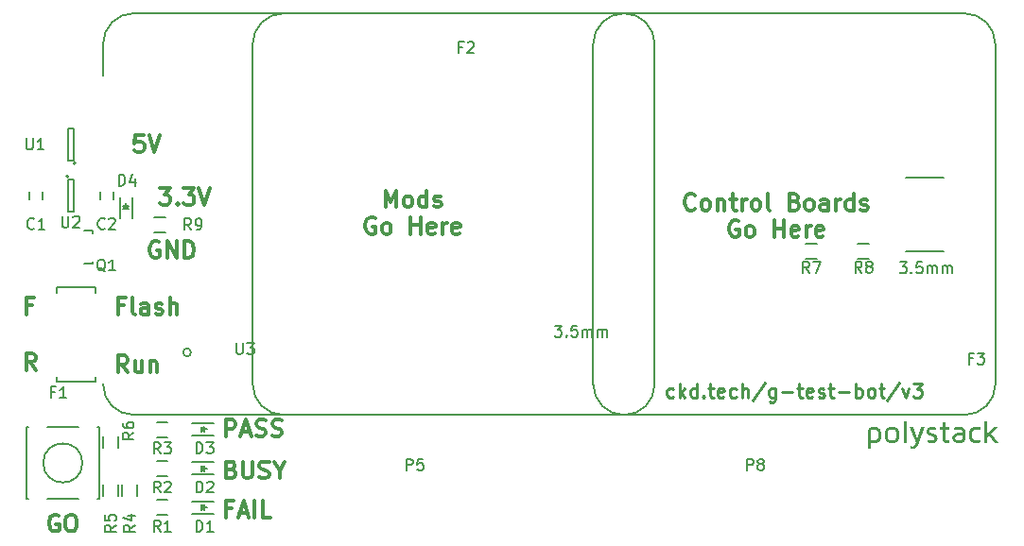
<source format=gto>
G04 #@! TF.FileFunction,Legend,Top*
%FSLAX46Y46*%
G04 Gerber Fmt 4.6, Leading zero omitted, Abs format (unit mm)*
G04 Created by KiCad (PCBNEW 4.0.1-stable) date Thursday, April 14, 2016 'AMt' 11:51:39 AM*
%MOMM*%
G01*
G04 APERTURE LIST*
%ADD10C,0.100000*%
%ADD11C,0.300000*%
%ADD12C,0.150000*%
%ADD13C,0.220000*%
G04 APERTURE END LIST*
D10*
D11*
X110564286Y-121978571D02*
X110064286Y-121264286D01*
X109707143Y-121978571D02*
X109707143Y-120478571D01*
X110278571Y-120478571D01*
X110421429Y-120550000D01*
X110492857Y-120621429D01*
X110564286Y-120764286D01*
X110564286Y-120978571D01*
X110492857Y-121121429D01*
X110421429Y-121192857D01*
X110278571Y-121264286D01*
X109707143Y-121264286D01*
X110214286Y-116192857D02*
X109714286Y-116192857D01*
X109714286Y-116978571D02*
X109714286Y-115478571D01*
X110428572Y-115478571D01*
D12*
X116600000Y-123250000D02*
G75*
G03X119350000Y-126000000I2750000J0D01*
G01*
X119350000Y-90000000D02*
G75*
G03X116600000Y-92750000I0J-2750000D01*
G01*
X116600000Y-92750000D02*
X116600000Y-95550000D01*
D13*
X167696428Y-124375952D02*
X167577381Y-124435476D01*
X167339285Y-124435476D01*
X167220238Y-124375952D01*
X167160714Y-124316429D01*
X167101190Y-124197381D01*
X167101190Y-123840238D01*
X167160714Y-123721190D01*
X167220238Y-123661667D01*
X167339285Y-123602143D01*
X167577381Y-123602143D01*
X167696428Y-123661667D01*
X168232143Y-124435476D02*
X168232143Y-123185476D01*
X168351191Y-123959286D02*
X168708334Y-124435476D01*
X168708334Y-123602143D02*
X168232143Y-124078333D01*
X169779762Y-124435476D02*
X169779762Y-123185476D01*
X169779762Y-124375952D02*
X169660715Y-124435476D01*
X169422619Y-124435476D01*
X169303572Y-124375952D01*
X169244048Y-124316429D01*
X169184524Y-124197381D01*
X169184524Y-123840238D01*
X169244048Y-123721190D01*
X169303572Y-123661667D01*
X169422619Y-123602143D01*
X169660715Y-123602143D01*
X169779762Y-123661667D01*
X170375000Y-124316429D02*
X170434524Y-124375952D01*
X170375000Y-124435476D01*
X170315476Y-124375952D01*
X170375000Y-124316429D01*
X170375000Y-124435476D01*
X170791667Y-123602143D02*
X171267857Y-123602143D01*
X170970238Y-123185476D02*
X170970238Y-124256905D01*
X171029762Y-124375952D01*
X171148809Y-124435476D01*
X171267857Y-124435476D01*
X172160715Y-124375952D02*
X172041667Y-124435476D01*
X171803572Y-124435476D01*
X171684524Y-124375952D01*
X171625000Y-124256905D01*
X171625000Y-123780714D01*
X171684524Y-123661667D01*
X171803572Y-123602143D01*
X172041667Y-123602143D01*
X172160715Y-123661667D01*
X172220238Y-123780714D01*
X172220238Y-123899762D01*
X171625000Y-124018810D01*
X173291667Y-124375952D02*
X173172620Y-124435476D01*
X172934524Y-124435476D01*
X172815477Y-124375952D01*
X172755953Y-124316429D01*
X172696429Y-124197381D01*
X172696429Y-123840238D01*
X172755953Y-123721190D01*
X172815477Y-123661667D01*
X172934524Y-123602143D01*
X173172620Y-123602143D01*
X173291667Y-123661667D01*
X173827382Y-124435476D02*
X173827382Y-123185476D01*
X174363096Y-124435476D02*
X174363096Y-123780714D01*
X174303573Y-123661667D01*
X174184525Y-123602143D01*
X174005953Y-123602143D01*
X173886906Y-123661667D01*
X173827382Y-123721190D01*
X175851191Y-123125952D02*
X174779763Y-124733095D01*
X176803572Y-123602143D02*
X176803572Y-124614048D01*
X176744049Y-124733095D01*
X176684525Y-124792619D01*
X176565477Y-124852143D01*
X176386906Y-124852143D01*
X176267858Y-124792619D01*
X176803572Y-124375952D02*
X176684525Y-124435476D01*
X176446429Y-124435476D01*
X176327382Y-124375952D01*
X176267858Y-124316429D01*
X176208334Y-124197381D01*
X176208334Y-123840238D01*
X176267858Y-123721190D01*
X176327382Y-123661667D01*
X176446429Y-123602143D01*
X176684525Y-123602143D01*
X176803572Y-123661667D01*
X177398810Y-123959286D02*
X178351191Y-123959286D01*
X178767858Y-123602143D02*
X179244048Y-123602143D01*
X178946429Y-123185476D02*
X178946429Y-124256905D01*
X179005953Y-124375952D01*
X179125000Y-124435476D01*
X179244048Y-124435476D01*
X180136906Y-124375952D02*
X180017858Y-124435476D01*
X179779763Y-124435476D01*
X179660715Y-124375952D01*
X179601191Y-124256905D01*
X179601191Y-123780714D01*
X179660715Y-123661667D01*
X179779763Y-123602143D01*
X180017858Y-123602143D01*
X180136906Y-123661667D01*
X180196429Y-123780714D01*
X180196429Y-123899762D01*
X179601191Y-124018810D01*
X180672620Y-124375952D02*
X180791668Y-124435476D01*
X181029763Y-124435476D01*
X181148811Y-124375952D01*
X181208335Y-124256905D01*
X181208335Y-124197381D01*
X181148811Y-124078333D01*
X181029763Y-124018810D01*
X180851192Y-124018810D01*
X180732144Y-123959286D01*
X180672620Y-123840238D01*
X180672620Y-123780714D01*
X180732144Y-123661667D01*
X180851192Y-123602143D01*
X181029763Y-123602143D01*
X181148811Y-123661667D01*
X181565478Y-123602143D02*
X182041668Y-123602143D01*
X181744049Y-123185476D02*
X181744049Y-124256905D01*
X181803573Y-124375952D01*
X181922620Y-124435476D01*
X182041668Y-124435476D01*
X182458335Y-123959286D02*
X183410716Y-123959286D01*
X184005954Y-124435476D02*
X184005954Y-123185476D01*
X184005954Y-123661667D02*
X184125002Y-123602143D01*
X184363097Y-123602143D01*
X184482145Y-123661667D01*
X184541668Y-123721190D01*
X184601192Y-123840238D01*
X184601192Y-124197381D01*
X184541668Y-124316429D01*
X184482145Y-124375952D01*
X184363097Y-124435476D01*
X184125002Y-124435476D01*
X184005954Y-124375952D01*
X185315477Y-124435476D02*
X185196430Y-124375952D01*
X185136906Y-124316429D01*
X185077382Y-124197381D01*
X185077382Y-123840238D01*
X185136906Y-123721190D01*
X185196430Y-123661667D01*
X185315477Y-123602143D01*
X185494049Y-123602143D01*
X185613097Y-123661667D01*
X185672620Y-123721190D01*
X185732144Y-123840238D01*
X185732144Y-124197381D01*
X185672620Y-124316429D01*
X185613097Y-124375952D01*
X185494049Y-124435476D01*
X185315477Y-124435476D01*
X186089287Y-123602143D02*
X186565477Y-123602143D01*
X186267858Y-123185476D02*
X186267858Y-124256905D01*
X186327382Y-124375952D01*
X186446429Y-124435476D01*
X186565477Y-124435476D01*
X187875001Y-123125952D02*
X186803573Y-124733095D01*
X188172620Y-123602143D02*
X188470239Y-124435476D01*
X188767859Y-123602143D01*
X189125001Y-123185476D02*
X189898811Y-123185476D01*
X189482144Y-123661667D01*
X189660716Y-123661667D01*
X189779763Y-123721190D01*
X189839287Y-123780714D01*
X189898811Y-123899762D01*
X189898811Y-124197381D01*
X189839287Y-124316429D01*
X189779763Y-124375952D01*
X189660716Y-124435476D01*
X189303573Y-124435476D01*
X189184525Y-124375952D01*
X189125001Y-124316429D01*
D11*
X141875714Y-107378571D02*
X141875714Y-105878571D01*
X142375714Y-106950000D01*
X142875714Y-105878571D01*
X142875714Y-107378571D01*
X143804286Y-107378571D02*
X143661428Y-107307143D01*
X143590000Y-107235714D01*
X143518571Y-107092857D01*
X143518571Y-106664286D01*
X143590000Y-106521429D01*
X143661428Y-106450000D01*
X143804286Y-106378571D01*
X144018571Y-106378571D01*
X144161428Y-106450000D01*
X144232857Y-106521429D01*
X144304286Y-106664286D01*
X144304286Y-107092857D01*
X144232857Y-107235714D01*
X144161428Y-107307143D01*
X144018571Y-107378571D01*
X143804286Y-107378571D01*
X145590000Y-107378571D02*
X145590000Y-105878571D01*
X145590000Y-107307143D02*
X145447143Y-107378571D01*
X145161429Y-107378571D01*
X145018571Y-107307143D01*
X144947143Y-107235714D01*
X144875714Y-107092857D01*
X144875714Y-106664286D01*
X144947143Y-106521429D01*
X145018571Y-106450000D01*
X145161429Y-106378571D01*
X145447143Y-106378571D01*
X145590000Y-106450000D01*
X146232857Y-107307143D02*
X146375714Y-107378571D01*
X146661429Y-107378571D01*
X146804286Y-107307143D01*
X146875714Y-107164286D01*
X146875714Y-107092857D01*
X146804286Y-106950000D01*
X146661429Y-106878571D01*
X146447143Y-106878571D01*
X146304286Y-106807143D01*
X146232857Y-106664286D01*
X146232857Y-106592857D01*
X146304286Y-106450000D01*
X146447143Y-106378571D01*
X146661429Y-106378571D01*
X146804286Y-106450000D01*
X140947143Y-108350000D02*
X140804286Y-108278571D01*
X140590000Y-108278571D01*
X140375715Y-108350000D01*
X140232857Y-108492857D01*
X140161429Y-108635714D01*
X140090000Y-108921429D01*
X140090000Y-109135714D01*
X140161429Y-109421429D01*
X140232857Y-109564286D01*
X140375715Y-109707143D01*
X140590000Y-109778571D01*
X140732857Y-109778571D01*
X140947143Y-109707143D01*
X141018572Y-109635714D01*
X141018572Y-109135714D01*
X140732857Y-109135714D01*
X141875715Y-109778571D02*
X141732857Y-109707143D01*
X141661429Y-109635714D01*
X141590000Y-109492857D01*
X141590000Y-109064286D01*
X141661429Y-108921429D01*
X141732857Y-108850000D01*
X141875715Y-108778571D01*
X142090000Y-108778571D01*
X142232857Y-108850000D01*
X142304286Y-108921429D01*
X142375715Y-109064286D01*
X142375715Y-109492857D01*
X142304286Y-109635714D01*
X142232857Y-109707143D01*
X142090000Y-109778571D01*
X141875715Y-109778571D01*
X144161429Y-109778571D02*
X144161429Y-108278571D01*
X144161429Y-108992857D02*
X145018572Y-108992857D01*
X145018572Y-109778571D02*
X145018572Y-108278571D01*
X146304286Y-109707143D02*
X146161429Y-109778571D01*
X145875715Y-109778571D01*
X145732858Y-109707143D01*
X145661429Y-109564286D01*
X145661429Y-108992857D01*
X145732858Y-108850000D01*
X145875715Y-108778571D01*
X146161429Y-108778571D01*
X146304286Y-108850000D01*
X146375715Y-108992857D01*
X146375715Y-109135714D01*
X145661429Y-109278571D01*
X147018572Y-109778571D02*
X147018572Y-108778571D01*
X147018572Y-109064286D02*
X147090000Y-108921429D01*
X147161429Y-108850000D01*
X147304286Y-108778571D01*
X147447143Y-108778571D01*
X148518571Y-109707143D02*
X148375714Y-109778571D01*
X148090000Y-109778571D01*
X147947143Y-109707143D01*
X147875714Y-109564286D01*
X147875714Y-108992857D01*
X147947143Y-108850000D01*
X148090000Y-108778571D01*
X148375714Y-108778571D01*
X148518571Y-108850000D01*
X148590000Y-108992857D01*
X148590000Y-109135714D01*
X147875714Y-109278571D01*
X169604286Y-107515714D02*
X169532857Y-107587143D01*
X169318571Y-107658571D01*
X169175714Y-107658571D01*
X168961429Y-107587143D01*
X168818571Y-107444286D01*
X168747143Y-107301429D01*
X168675714Y-107015714D01*
X168675714Y-106801429D01*
X168747143Y-106515714D01*
X168818571Y-106372857D01*
X168961429Y-106230000D01*
X169175714Y-106158571D01*
X169318571Y-106158571D01*
X169532857Y-106230000D01*
X169604286Y-106301429D01*
X170461429Y-107658571D02*
X170318571Y-107587143D01*
X170247143Y-107515714D01*
X170175714Y-107372857D01*
X170175714Y-106944286D01*
X170247143Y-106801429D01*
X170318571Y-106730000D01*
X170461429Y-106658571D01*
X170675714Y-106658571D01*
X170818571Y-106730000D01*
X170890000Y-106801429D01*
X170961429Y-106944286D01*
X170961429Y-107372857D01*
X170890000Y-107515714D01*
X170818571Y-107587143D01*
X170675714Y-107658571D01*
X170461429Y-107658571D01*
X171604286Y-106658571D02*
X171604286Y-107658571D01*
X171604286Y-106801429D02*
X171675714Y-106730000D01*
X171818572Y-106658571D01*
X172032857Y-106658571D01*
X172175714Y-106730000D01*
X172247143Y-106872857D01*
X172247143Y-107658571D01*
X172747143Y-106658571D02*
X173318572Y-106658571D01*
X172961429Y-106158571D02*
X172961429Y-107444286D01*
X173032857Y-107587143D01*
X173175715Y-107658571D01*
X173318572Y-107658571D01*
X173818572Y-107658571D02*
X173818572Y-106658571D01*
X173818572Y-106944286D02*
X173890000Y-106801429D01*
X173961429Y-106730000D01*
X174104286Y-106658571D01*
X174247143Y-106658571D01*
X174961429Y-107658571D02*
X174818571Y-107587143D01*
X174747143Y-107515714D01*
X174675714Y-107372857D01*
X174675714Y-106944286D01*
X174747143Y-106801429D01*
X174818571Y-106730000D01*
X174961429Y-106658571D01*
X175175714Y-106658571D01*
X175318571Y-106730000D01*
X175390000Y-106801429D01*
X175461429Y-106944286D01*
X175461429Y-107372857D01*
X175390000Y-107515714D01*
X175318571Y-107587143D01*
X175175714Y-107658571D01*
X174961429Y-107658571D01*
X176318572Y-107658571D02*
X176175714Y-107587143D01*
X176104286Y-107444286D01*
X176104286Y-106158571D01*
X178532857Y-106872857D02*
X178747143Y-106944286D01*
X178818571Y-107015714D01*
X178890000Y-107158571D01*
X178890000Y-107372857D01*
X178818571Y-107515714D01*
X178747143Y-107587143D01*
X178604285Y-107658571D01*
X178032857Y-107658571D01*
X178032857Y-106158571D01*
X178532857Y-106158571D01*
X178675714Y-106230000D01*
X178747143Y-106301429D01*
X178818571Y-106444286D01*
X178818571Y-106587143D01*
X178747143Y-106730000D01*
X178675714Y-106801429D01*
X178532857Y-106872857D01*
X178032857Y-106872857D01*
X179747143Y-107658571D02*
X179604285Y-107587143D01*
X179532857Y-107515714D01*
X179461428Y-107372857D01*
X179461428Y-106944286D01*
X179532857Y-106801429D01*
X179604285Y-106730000D01*
X179747143Y-106658571D01*
X179961428Y-106658571D01*
X180104285Y-106730000D01*
X180175714Y-106801429D01*
X180247143Y-106944286D01*
X180247143Y-107372857D01*
X180175714Y-107515714D01*
X180104285Y-107587143D01*
X179961428Y-107658571D01*
X179747143Y-107658571D01*
X181532857Y-107658571D02*
X181532857Y-106872857D01*
X181461428Y-106730000D01*
X181318571Y-106658571D01*
X181032857Y-106658571D01*
X180890000Y-106730000D01*
X181532857Y-107587143D02*
X181390000Y-107658571D01*
X181032857Y-107658571D01*
X180890000Y-107587143D01*
X180818571Y-107444286D01*
X180818571Y-107301429D01*
X180890000Y-107158571D01*
X181032857Y-107087143D01*
X181390000Y-107087143D01*
X181532857Y-107015714D01*
X182247143Y-107658571D02*
X182247143Y-106658571D01*
X182247143Y-106944286D02*
X182318571Y-106801429D01*
X182390000Y-106730000D01*
X182532857Y-106658571D01*
X182675714Y-106658571D01*
X183818571Y-107658571D02*
X183818571Y-106158571D01*
X183818571Y-107587143D02*
X183675714Y-107658571D01*
X183390000Y-107658571D01*
X183247142Y-107587143D01*
X183175714Y-107515714D01*
X183104285Y-107372857D01*
X183104285Y-106944286D01*
X183175714Y-106801429D01*
X183247142Y-106730000D01*
X183390000Y-106658571D01*
X183675714Y-106658571D01*
X183818571Y-106730000D01*
X184461428Y-107587143D02*
X184604285Y-107658571D01*
X184890000Y-107658571D01*
X185032857Y-107587143D01*
X185104285Y-107444286D01*
X185104285Y-107372857D01*
X185032857Y-107230000D01*
X184890000Y-107158571D01*
X184675714Y-107158571D01*
X184532857Y-107087143D01*
X184461428Y-106944286D01*
X184461428Y-106872857D01*
X184532857Y-106730000D01*
X184675714Y-106658571D01*
X184890000Y-106658571D01*
X185032857Y-106730000D01*
X173497143Y-108630000D02*
X173354286Y-108558571D01*
X173140000Y-108558571D01*
X172925715Y-108630000D01*
X172782857Y-108772857D01*
X172711429Y-108915714D01*
X172640000Y-109201429D01*
X172640000Y-109415714D01*
X172711429Y-109701429D01*
X172782857Y-109844286D01*
X172925715Y-109987143D01*
X173140000Y-110058571D01*
X173282857Y-110058571D01*
X173497143Y-109987143D01*
X173568572Y-109915714D01*
X173568572Y-109415714D01*
X173282857Y-109415714D01*
X174425715Y-110058571D02*
X174282857Y-109987143D01*
X174211429Y-109915714D01*
X174140000Y-109772857D01*
X174140000Y-109344286D01*
X174211429Y-109201429D01*
X174282857Y-109130000D01*
X174425715Y-109058571D01*
X174640000Y-109058571D01*
X174782857Y-109130000D01*
X174854286Y-109201429D01*
X174925715Y-109344286D01*
X174925715Y-109772857D01*
X174854286Y-109915714D01*
X174782857Y-109987143D01*
X174640000Y-110058571D01*
X174425715Y-110058571D01*
X176711429Y-110058571D02*
X176711429Y-108558571D01*
X176711429Y-109272857D02*
X177568572Y-109272857D01*
X177568572Y-110058571D02*
X177568572Y-108558571D01*
X178854286Y-109987143D02*
X178711429Y-110058571D01*
X178425715Y-110058571D01*
X178282858Y-109987143D01*
X178211429Y-109844286D01*
X178211429Y-109272857D01*
X178282858Y-109130000D01*
X178425715Y-109058571D01*
X178711429Y-109058571D01*
X178854286Y-109130000D01*
X178925715Y-109272857D01*
X178925715Y-109415714D01*
X178211429Y-109558571D01*
X179568572Y-110058571D02*
X179568572Y-109058571D01*
X179568572Y-109344286D02*
X179640000Y-109201429D01*
X179711429Y-109130000D01*
X179854286Y-109058571D01*
X179997143Y-109058571D01*
X181068571Y-109987143D02*
X180925714Y-110058571D01*
X180640000Y-110058571D01*
X180497143Y-109987143D01*
X180425714Y-109844286D01*
X180425714Y-109272857D01*
X180497143Y-109130000D01*
X180640000Y-109058571D01*
X180925714Y-109058571D01*
X181068571Y-109130000D01*
X181140000Y-109272857D01*
X181140000Y-109415714D01*
X180425714Y-109558571D01*
D12*
X187939048Y-112302381D02*
X188558096Y-112302381D01*
X188224762Y-112683333D01*
X188367620Y-112683333D01*
X188462858Y-112730952D01*
X188510477Y-112778571D01*
X188558096Y-112873810D01*
X188558096Y-113111905D01*
X188510477Y-113207143D01*
X188462858Y-113254762D01*
X188367620Y-113302381D01*
X188081905Y-113302381D01*
X187986667Y-113254762D01*
X187939048Y-113207143D01*
X188986667Y-113207143D02*
X189034286Y-113254762D01*
X188986667Y-113302381D01*
X188939048Y-113254762D01*
X188986667Y-113207143D01*
X188986667Y-113302381D01*
X189939048Y-112302381D02*
X189462857Y-112302381D01*
X189415238Y-112778571D01*
X189462857Y-112730952D01*
X189558095Y-112683333D01*
X189796191Y-112683333D01*
X189891429Y-112730952D01*
X189939048Y-112778571D01*
X189986667Y-112873810D01*
X189986667Y-113111905D01*
X189939048Y-113207143D01*
X189891429Y-113254762D01*
X189796191Y-113302381D01*
X189558095Y-113302381D01*
X189462857Y-113254762D01*
X189415238Y-113207143D01*
X190415238Y-113302381D02*
X190415238Y-112635714D01*
X190415238Y-112730952D02*
X190462857Y-112683333D01*
X190558095Y-112635714D01*
X190700953Y-112635714D01*
X190796191Y-112683333D01*
X190843810Y-112778571D01*
X190843810Y-113302381D01*
X190843810Y-112778571D02*
X190891429Y-112683333D01*
X190986667Y-112635714D01*
X191129524Y-112635714D01*
X191224762Y-112683333D01*
X191272381Y-112778571D01*
X191272381Y-113302381D01*
X191748571Y-113302381D02*
X191748571Y-112635714D01*
X191748571Y-112730952D02*
X191796190Y-112683333D01*
X191891428Y-112635714D01*
X192034286Y-112635714D01*
X192129524Y-112683333D01*
X192177143Y-112778571D01*
X192177143Y-113302381D01*
X192177143Y-112778571D02*
X192224762Y-112683333D01*
X192320000Y-112635714D01*
X192462857Y-112635714D01*
X192558095Y-112683333D01*
X192605714Y-112778571D01*
X192605714Y-113302381D01*
X157049048Y-118002381D02*
X157668096Y-118002381D01*
X157334762Y-118383333D01*
X157477620Y-118383333D01*
X157572858Y-118430952D01*
X157620477Y-118478571D01*
X157668096Y-118573810D01*
X157668096Y-118811905D01*
X157620477Y-118907143D01*
X157572858Y-118954762D01*
X157477620Y-119002381D01*
X157191905Y-119002381D01*
X157096667Y-118954762D01*
X157049048Y-118907143D01*
X158096667Y-118907143D02*
X158144286Y-118954762D01*
X158096667Y-119002381D01*
X158049048Y-118954762D01*
X158096667Y-118907143D01*
X158096667Y-119002381D01*
X159049048Y-118002381D02*
X158572857Y-118002381D01*
X158525238Y-118478571D01*
X158572857Y-118430952D01*
X158668095Y-118383333D01*
X158906191Y-118383333D01*
X159001429Y-118430952D01*
X159049048Y-118478571D01*
X159096667Y-118573810D01*
X159096667Y-118811905D01*
X159049048Y-118907143D01*
X159001429Y-118954762D01*
X158906191Y-119002381D01*
X158668095Y-119002381D01*
X158572857Y-118954762D01*
X158525238Y-118907143D01*
X159525238Y-119002381D02*
X159525238Y-118335714D01*
X159525238Y-118430952D02*
X159572857Y-118383333D01*
X159668095Y-118335714D01*
X159810953Y-118335714D01*
X159906191Y-118383333D01*
X159953810Y-118478571D01*
X159953810Y-119002381D01*
X159953810Y-118478571D02*
X160001429Y-118383333D01*
X160096667Y-118335714D01*
X160239524Y-118335714D01*
X160334762Y-118383333D01*
X160382381Y-118478571D01*
X160382381Y-119002381D01*
X160858571Y-119002381D02*
X160858571Y-118335714D01*
X160858571Y-118430952D02*
X160906190Y-118383333D01*
X161001428Y-118335714D01*
X161144286Y-118335714D01*
X161239524Y-118383333D01*
X161287143Y-118478571D01*
X161287143Y-119002381D01*
X161287143Y-118478571D02*
X161334762Y-118383333D01*
X161430000Y-118335714D01*
X161572857Y-118335714D01*
X161668095Y-118383333D01*
X161715714Y-118478571D01*
X161715714Y-119002381D01*
D11*
X112607143Y-135000000D02*
X112464286Y-134928571D01*
X112250000Y-134928571D01*
X112035715Y-135000000D01*
X111892857Y-135142857D01*
X111821429Y-135285714D01*
X111750000Y-135571429D01*
X111750000Y-135785714D01*
X111821429Y-136071429D01*
X111892857Y-136214286D01*
X112035715Y-136357143D01*
X112250000Y-136428571D01*
X112392857Y-136428571D01*
X112607143Y-136357143D01*
X112678572Y-136285714D01*
X112678572Y-135785714D01*
X112392857Y-135785714D01*
X113607143Y-134928571D02*
X113892857Y-134928571D01*
X114035715Y-135000000D01*
X114178572Y-135142857D01*
X114250000Y-135428571D01*
X114250000Y-135928571D01*
X114178572Y-136214286D01*
X114035715Y-136357143D01*
X113892857Y-136428571D01*
X113607143Y-136428571D01*
X113464286Y-136357143D01*
X113321429Y-136214286D01*
X113250000Y-135928571D01*
X113250000Y-135428571D01*
X113321429Y-135142857D01*
X113464286Y-135000000D01*
X113607143Y-134928571D01*
X128107143Y-134392857D02*
X127607143Y-134392857D01*
X127607143Y-135178571D02*
X127607143Y-133678571D01*
X128321429Y-133678571D01*
X128821428Y-134750000D02*
X129535714Y-134750000D01*
X128678571Y-135178571D02*
X129178571Y-133678571D01*
X129678571Y-135178571D01*
X130178571Y-135178571D02*
X130178571Y-133678571D01*
X131607143Y-135178571D02*
X130892857Y-135178571D01*
X130892857Y-133678571D01*
X128107143Y-130892857D02*
X128321429Y-130964286D01*
X128392857Y-131035714D01*
X128464286Y-131178571D01*
X128464286Y-131392857D01*
X128392857Y-131535714D01*
X128321429Y-131607143D01*
X128178571Y-131678571D01*
X127607143Y-131678571D01*
X127607143Y-130178571D01*
X128107143Y-130178571D01*
X128250000Y-130250000D01*
X128321429Y-130321429D01*
X128392857Y-130464286D01*
X128392857Y-130607143D01*
X128321429Y-130750000D01*
X128250000Y-130821429D01*
X128107143Y-130892857D01*
X127607143Y-130892857D01*
X129107143Y-130178571D02*
X129107143Y-131392857D01*
X129178571Y-131535714D01*
X129250000Y-131607143D01*
X129392857Y-131678571D01*
X129678571Y-131678571D01*
X129821429Y-131607143D01*
X129892857Y-131535714D01*
X129964286Y-131392857D01*
X129964286Y-130178571D01*
X130607143Y-131607143D02*
X130821429Y-131678571D01*
X131178572Y-131678571D01*
X131321429Y-131607143D01*
X131392858Y-131535714D01*
X131464286Y-131392857D01*
X131464286Y-131250000D01*
X131392858Y-131107143D01*
X131321429Y-131035714D01*
X131178572Y-130964286D01*
X130892858Y-130892857D01*
X130750000Y-130821429D01*
X130678572Y-130750000D01*
X130607143Y-130607143D01*
X130607143Y-130464286D01*
X130678572Y-130321429D01*
X130750000Y-130250000D01*
X130892858Y-130178571D01*
X131250000Y-130178571D01*
X131464286Y-130250000D01*
X132392857Y-130964286D02*
X132392857Y-131678571D01*
X131892857Y-130178571D02*
X132392857Y-130964286D01*
X132892857Y-130178571D01*
X127607143Y-127928571D02*
X127607143Y-126428571D01*
X128178571Y-126428571D01*
X128321429Y-126500000D01*
X128392857Y-126571429D01*
X128464286Y-126714286D01*
X128464286Y-126928571D01*
X128392857Y-127071429D01*
X128321429Y-127142857D01*
X128178571Y-127214286D01*
X127607143Y-127214286D01*
X129035714Y-127500000D02*
X129750000Y-127500000D01*
X128892857Y-127928571D02*
X129392857Y-126428571D01*
X129892857Y-127928571D01*
X130321428Y-127857143D02*
X130535714Y-127928571D01*
X130892857Y-127928571D01*
X131035714Y-127857143D01*
X131107143Y-127785714D01*
X131178571Y-127642857D01*
X131178571Y-127500000D01*
X131107143Y-127357143D01*
X131035714Y-127285714D01*
X130892857Y-127214286D01*
X130607143Y-127142857D01*
X130464285Y-127071429D01*
X130392857Y-127000000D01*
X130321428Y-126857143D01*
X130321428Y-126714286D01*
X130392857Y-126571429D01*
X130464285Y-126500000D01*
X130607143Y-126428571D01*
X130964285Y-126428571D01*
X131178571Y-126500000D01*
X131749999Y-127857143D02*
X131964285Y-127928571D01*
X132321428Y-127928571D01*
X132464285Y-127857143D01*
X132535714Y-127785714D01*
X132607142Y-127642857D01*
X132607142Y-127500000D01*
X132535714Y-127357143D01*
X132464285Y-127285714D01*
X132321428Y-127214286D01*
X132035714Y-127142857D01*
X131892856Y-127071429D01*
X131821428Y-127000000D01*
X131749999Y-126857143D01*
X131749999Y-126714286D01*
X131821428Y-126571429D01*
X131892856Y-126500000D01*
X132035714Y-126428571D01*
X132392856Y-126428571D01*
X132607142Y-126500000D01*
X120214287Y-100928571D02*
X119500001Y-100928571D01*
X119428572Y-101642857D01*
X119500001Y-101571429D01*
X119642858Y-101500000D01*
X120000001Y-101500000D01*
X120142858Y-101571429D01*
X120214287Y-101642857D01*
X120285715Y-101785714D01*
X120285715Y-102142857D01*
X120214287Y-102285714D01*
X120142858Y-102357143D01*
X120000001Y-102428571D01*
X119642858Y-102428571D01*
X119500001Y-102357143D01*
X119428572Y-102285714D01*
X120714286Y-100928571D02*
X121214286Y-102428571D01*
X121714286Y-100928571D01*
X121695715Y-105668571D02*
X122624286Y-105668571D01*
X122124286Y-106240000D01*
X122338572Y-106240000D01*
X122481429Y-106311429D01*
X122552858Y-106382857D01*
X122624286Y-106525714D01*
X122624286Y-106882857D01*
X122552858Y-107025714D01*
X122481429Y-107097143D01*
X122338572Y-107168571D01*
X121910000Y-107168571D01*
X121767143Y-107097143D01*
X121695715Y-107025714D01*
X123267143Y-107025714D02*
X123338571Y-107097143D01*
X123267143Y-107168571D01*
X123195714Y-107097143D01*
X123267143Y-107025714D01*
X123267143Y-107168571D01*
X123838572Y-105668571D02*
X124767143Y-105668571D01*
X124267143Y-106240000D01*
X124481429Y-106240000D01*
X124624286Y-106311429D01*
X124695715Y-106382857D01*
X124767143Y-106525714D01*
X124767143Y-106882857D01*
X124695715Y-107025714D01*
X124624286Y-107097143D01*
X124481429Y-107168571D01*
X124052857Y-107168571D01*
X123910000Y-107097143D01*
X123838572Y-107025714D01*
X125195714Y-105668571D02*
X125695714Y-107168571D01*
X126195714Y-105668571D01*
X121607143Y-110500000D02*
X121464286Y-110428571D01*
X121250000Y-110428571D01*
X121035715Y-110500000D01*
X120892857Y-110642857D01*
X120821429Y-110785714D01*
X120750000Y-111071429D01*
X120750000Y-111285714D01*
X120821429Y-111571429D01*
X120892857Y-111714286D01*
X121035715Y-111857143D01*
X121250000Y-111928571D01*
X121392857Y-111928571D01*
X121607143Y-111857143D01*
X121678572Y-111785714D01*
X121678572Y-111285714D01*
X121392857Y-111285714D01*
X122321429Y-111928571D02*
X122321429Y-110428571D01*
X123178572Y-111928571D01*
X123178572Y-110428571D01*
X123892858Y-111928571D02*
X123892858Y-110428571D01*
X124250001Y-110428571D01*
X124464286Y-110500000D01*
X124607144Y-110642857D01*
X124678572Y-110785714D01*
X124750001Y-111071429D01*
X124750001Y-111285714D01*
X124678572Y-111571429D01*
X124607144Y-111714286D01*
X124464286Y-111857143D01*
X124250001Y-111928571D01*
X123892858Y-111928571D01*
X118807143Y-122178571D02*
X118307143Y-121464286D01*
X117950000Y-122178571D02*
X117950000Y-120678571D01*
X118521428Y-120678571D01*
X118664286Y-120750000D01*
X118735714Y-120821429D01*
X118807143Y-120964286D01*
X118807143Y-121178571D01*
X118735714Y-121321429D01*
X118664286Y-121392857D01*
X118521428Y-121464286D01*
X117950000Y-121464286D01*
X120092857Y-121178571D02*
X120092857Y-122178571D01*
X119450000Y-121178571D02*
X119450000Y-121964286D01*
X119521428Y-122107143D01*
X119664286Y-122178571D01*
X119878571Y-122178571D01*
X120021428Y-122107143D01*
X120092857Y-122035714D01*
X120807143Y-121178571D02*
X120807143Y-122178571D01*
X120807143Y-121321429D02*
X120878571Y-121250000D01*
X121021429Y-121178571D01*
X121235714Y-121178571D01*
X121378571Y-121250000D01*
X121450000Y-121392857D01*
X121450000Y-122178571D01*
X118457143Y-116192857D02*
X117957143Y-116192857D01*
X117957143Y-116978571D02*
X117957143Y-115478571D01*
X118671429Y-115478571D01*
X119457143Y-116978571D02*
X119314285Y-116907143D01*
X119242857Y-116764286D01*
X119242857Y-115478571D01*
X120671428Y-116978571D02*
X120671428Y-116192857D01*
X120599999Y-116050000D01*
X120457142Y-115978571D01*
X120171428Y-115978571D01*
X120028571Y-116050000D01*
X120671428Y-116907143D02*
X120528571Y-116978571D01*
X120171428Y-116978571D01*
X120028571Y-116907143D01*
X119957142Y-116764286D01*
X119957142Y-116621429D01*
X120028571Y-116478571D01*
X120171428Y-116407143D01*
X120528571Y-116407143D01*
X120671428Y-116335714D01*
X121314285Y-116907143D02*
X121457142Y-116978571D01*
X121742857Y-116978571D01*
X121885714Y-116907143D01*
X121957142Y-116764286D01*
X121957142Y-116692857D01*
X121885714Y-116550000D01*
X121742857Y-116478571D01*
X121528571Y-116478571D01*
X121385714Y-116407143D01*
X121314285Y-116264286D01*
X121314285Y-116192857D01*
X121385714Y-116050000D01*
X121528571Y-115978571D01*
X121742857Y-115978571D01*
X121885714Y-116050000D01*
X122600000Y-116978571D02*
X122600000Y-115478571D01*
X123242857Y-116978571D02*
X123242857Y-116192857D01*
X123171428Y-116050000D01*
X123028571Y-115978571D01*
X122814286Y-115978571D01*
X122671428Y-116050000D01*
X122600000Y-116121429D01*
D12*
X196500000Y-92750000D02*
G75*
G03X193750000Y-90000000I-2750000J0D01*
G01*
X196500000Y-92750000D02*
X196500000Y-123250000D01*
X193750000Y-126000000D02*
G75*
G03X196500000Y-123250000I0J2750000D01*
G01*
X163350000Y-90000000D02*
X193750000Y-90000000D01*
X163250000Y-90000000D02*
G75*
G03X160500000Y-92750000I0J-2750000D01*
G01*
X163250000Y-126000000D02*
X193750000Y-126000000D01*
X160500000Y-92750000D02*
X160500000Y-123250000D01*
X160500000Y-123250000D02*
G75*
G03X163250000Y-126000000I2750000J0D01*
G01*
X130000000Y-123250000D02*
G75*
G03X132750000Y-126000000I2750000J0D01*
G01*
X163250000Y-126000000D02*
G75*
G03X166000000Y-123250000I0J2750000D01*
G01*
X166000000Y-92750000D02*
G75*
G03X163250000Y-90000000I-2750000J0D01*
G01*
X132750000Y-90000000D02*
G75*
G03X130000000Y-92750000I0J-2750000D01*
G01*
X119350000Y-126000000D02*
X163250000Y-126000000D01*
X130000000Y-92750000D02*
X130000000Y-123250000D01*
X166000000Y-92750000D02*
X166000000Y-123250000D01*
X119350000Y-90000000D02*
X163250000Y-90000000D01*
D10*
G36*
X185083691Y-129030592D02*
X185083691Y-127517505D01*
X185440564Y-127333111D01*
X185429397Y-127339473D01*
X185418906Y-127346274D01*
X185409092Y-127353514D01*
X185399955Y-127361193D01*
X185391494Y-127369311D01*
X185383711Y-127377867D01*
X185376604Y-127386862D01*
X185370174Y-127396296D01*
X185364421Y-127406169D01*
X185359345Y-127416481D01*
X185354945Y-127427231D01*
X185351223Y-127438420D01*
X185348177Y-127450048D01*
X185345808Y-127462115D01*
X185344116Y-127474621D01*
X185343101Y-127487565D01*
X185342762Y-127500948D01*
X185342762Y-128228554D01*
X185342762Y-128228536D01*
X185359014Y-128234639D01*
X185375308Y-128240394D01*
X185391645Y-128245800D01*
X185408024Y-128250857D01*
X185424445Y-128255565D01*
X185440909Y-128259925D01*
X185457416Y-128263936D01*
X185473965Y-128267598D01*
X185490557Y-128270911D01*
X185507191Y-128273876D01*
X185523868Y-128276492D01*
X185540588Y-128278759D01*
X185557349Y-128280677D01*
X185574154Y-128282246D01*
X185591001Y-128283467D01*
X185607890Y-128284339D01*
X185624822Y-128284862D01*
X185641797Y-128285037D01*
X185660766Y-128284832D01*
X185679089Y-128284219D01*
X185696765Y-128283197D01*
X185713795Y-128281766D01*
X185730178Y-128279926D01*
X185745915Y-128277678D01*
X185761006Y-128275021D01*
X185775449Y-128271954D01*
X185789247Y-128268479D01*
X185804707Y-128263867D01*
X185820080Y-128258309D01*
X185835368Y-128251805D01*
X185850570Y-128244354D01*
X185865685Y-128235958D01*
X185880714Y-128226615D01*
X185895657Y-128216327D01*
X185910514Y-128205092D01*
X185921049Y-128196138D01*
X185931105Y-128186319D01*
X185940683Y-128175635D01*
X185949783Y-128164085D01*
X185958404Y-128151671D01*
X185966547Y-128138391D01*
X185974211Y-128124246D01*
X185981398Y-128109236D01*
X185988106Y-128093360D01*
X185994335Y-128076620D01*
X186000087Y-128059014D01*
X186004172Y-128045368D01*
X186007975Y-128031256D01*
X186011497Y-128016679D01*
X186014737Y-128001636D01*
X186017695Y-127986128D01*
X186020371Y-127970154D01*
X186022766Y-127953715D01*
X186024879Y-127936811D01*
X186026710Y-127919441D01*
X186028260Y-127901605D01*
X186029528Y-127883304D01*
X186030514Y-127864538D01*
X186031218Y-127845307D01*
X186031641Y-127825609D01*
X186031782Y-127805447D01*
X186031658Y-127785171D01*
X186031286Y-127765337D01*
X186030667Y-127745943D01*
X186029801Y-127726991D01*
X186028686Y-127708481D01*
X186027324Y-127690411D01*
X186025715Y-127672783D01*
X186023858Y-127655596D01*
X186021753Y-127638851D01*
X186019401Y-127622546D01*
X186016801Y-127606683D01*
X186013953Y-127591261D01*
X186010858Y-127576281D01*
X186007515Y-127561742D01*
X186003925Y-127547644D01*
X186000087Y-127533987D01*
X185994347Y-127514680D01*
X185988151Y-127496353D01*
X185981500Y-127479007D01*
X185974394Y-127462640D01*
X185966832Y-127447253D01*
X185958814Y-127432846D01*
X185950341Y-127419419D01*
X185941412Y-127406972D01*
X185932028Y-127395504D01*
X185922188Y-127385017D01*
X185911892Y-127375510D01*
X185897444Y-127363601D01*
X185883040Y-127352684D01*
X185868678Y-127342757D01*
X185854359Y-127333821D01*
X185840084Y-127325875D01*
X185825851Y-127318920D01*
X185811661Y-127312956D01*
X185797515Y-127307983D01*
X185783132Y-127303794D01*
X185768232Y-127300163D01*
X185752815Y-127297091D01*
X185736881Y-127294578D01*
X185720431Y-127292623D01*
X185703464Y-127291226D01*
X185685980Y-127290388D01*
X185667979Y-127290109D01*
X185647336Y-127290329D01*
X185627370Y-127290987D01*
X185608080Y-127292084D01*
X185589467Y-127293619D01*
X185571531Y-127295594D01*
X185554272Y-127298007D01*
X185537690Y-127300859D01*
X185521784Y-127304150D01*
X185506555Y-127307880D01*
X185492004Y-127312049D01*
X185478129Y-127316656D01*
X185464930Y-127321702D01*
X185452409Y-127327187D01*
X185440564Y-127333111D01*
X185083691Y-127517505D01*
X185083921Y-127502385D01*
X185084610Y-127487341D01*
X185085758Y-127472373D01*
X185087366Y-127457482D01*
X185089433Y-127442666D01*
X185091960Y-127427928D01*
X185094828Y-127414457D01*
X185098709Y-127400029D01*
X185103602Y-127384646D01*
X185109508Y-127368307D01*
X185116427Y-127351012D01*
X185124357Y-127332760D01*
X185133301Y-127313552D01*
X185141246Y-127298445D01*
X185149769Y-127283747D01*
X185158871Y-127269457D01*
X185168551Y-127255575D01*
X185178810Y-127242101D01*
X185189647Y-127229036D01*
X185201063Y-127216379D01*
X185213057Y-127204131D01*
X185225629Y-127192291D01*
X185235677Y-127183666D01*
X185246529Y-127175253D01*
X185258185Y-127167050D01*
X185270645Y-127159058D01*
X185283909Y-127151277D01*
X185297976Y-127143706D01*
X185312848Y-127136347D01*
X185328523Y-127129199D01*
X185345002Y-127122261D01*
X185362285Y-127115534D01*
X185380371Y-127109018D01*
X185399262Y-127102714D01*
X185413877Y-127098041D01*
X185428782Y-127093669D01*
X185443978Y-127089599D01*
X185459465Y-127085831D01*
X185475243Y-127082364D01*
X185491311Y-127079198D01*
X185507669Y-127076334D01*
X185524319Y-127073772D01*
X185541259Y-127071511D01*
X185558490Y-127069551D01*
X185576012Y-127067893D01*
X185593824Y-127066536D01*
X185611927Y-127065481D01*
X185630320Y-127064727D01*
X185649005Y-127064275D01*
X185667979Y-127064124D01*
X185685384Y-127064294D01*
X185702686Y-127064803D01*
X185719886Y-127065650D01*
X185736983Y-127066837D01*
X185753979Y-127068364D01*
X185770873Y-127070229D01*
X185787665Y-127072433D01*
X185804354Y-127074977D01*
X185820942Y-127077859D01*
X185834825Y-127080642D01*
X185848912Y-127083996D01*
X185863205Y-127087920D01*
X185877703Y-127092416D01*
X185892406Y-127097483D01*
X185907314Y-127103120D01*
X185922427Y-127109329D01*
X185937745Y-127116108D01*
X185953268Y-127123459D01*
X185968995Y-127131380D01*
X185984928Y-127139873D01*
X185999685Y-127148114D01*
X186014097Y-127156757D01*
X186028164Y-127165801D01*
X186041887Y-127175247D01*
X186055266Y-127185094D01*
X186068300Y-127195344D01*
X186080989Y-127205994D01*
X186093334Y-127217047D01*
X186105334Y-127228501D01*
X186116990Y-127240357D01*
X186128302Y-127252614D01*
X186139269Y-127265274D01*
X186147806Y-127275846D01*
X186156148Y-127286981D01*
X186164294Y-127298680D01*
X186172243Y-127310943D01*
X186179997Y-127323769D01*
X186187555Y-127337158D01*
X186194917Y-127351111D01*
X186202083Y-127365627D01*
X186209052Y-127380707D01*
X186215826Y-127396350D01*
X186222404Y-127412557D01*
X186228786Y-127429327D01*
X186234972Y-127446660D01*
X186240962Y-127464557D01*
X186246755Y-127483017D01*
X186251275Y-127497789D01*
X186255550Y-127512806D01*
X186259582Y-127528066D01*
X186263368Y-127543571D01*
X186266911Y-127559321D01*
X186270209Y-127575314D01*
X186273263Y-127591552D01*
X186276072Y-127608035D01*
X186278637Y-127624761D01*
X186280958Y-127641732D01*
X186283035Y-127658947D01*
X186284867Y-127676407D01*
X186286455Y-127694111D01*
X186287799Y-127712059D01*
X186288898Y-127730252D01*
X186289753Y-127748689D01*
X186290364Y-127767370D01*
X186290731Y-127786296D01*
X186290853Y-127805466D01*
X186290721Y-127825277D01*
X186290328Y-127844814D01*
X186289672Y-127864075D01*
X186288753Y-127883062D01*
X186287572Y-127901773D01*
X186286128Y-127920210D01*
X186284422Y-127938371D01*
X186282453Y-127956258D01*
X186280222Y-127973869D01*
X186277729Y-127991206D01*
X186274972Y-128008267D01*
X186271954Y-128025054D01*
X186268673Y-128041565D01*
X186265129Y-128057802D01*
X186261323Y-128073763D01*
X186257255Y-128089449D01*
X186252924Y-128104861D01*
X186248330Y-128119997D01*
X186243474Y-128134859D01*
X186238356Y-128149445D01*
X186232975Y-128163756D01*
X186225740Y-128181892D01*
X186218161Y-128199435D01*
X186210237Y-128216386D01*
X186201969Y-128232745D01*
X186193357Y-128248513D01*
X186184399Y-128263688D01*
X186175098Y-128278271D01*
X186165451Y-128292261D01*
X186155460Y-128305660D01*
X186145125Y-128318467D01*
X186134445Y-128330682D01*
X186123421Y-128342304D01*
X186112052Y-128353335D01*
X186100339Y-128363773D01*
X186088281Y-128373619D01*
X186075879Y-128382874D01*
X186061487Y-128392905D01*
X186047052Y-128402529D01*
X186032576Y-128411745D01*
X186018057Y-128420554D01*
X186003497Y-128428955D01*
X185988894Y-128436948D01*
X185974248Y-128444534D01*
X185959561Y-128451713D01*
X185944832Y-128458483D01*
X185930060Y-128464847D01*
X185915246Y-128470802D01*
X185900390Y-128476350D01*
X185885492Y-128481491D01*
X185870551Y-128486223D01*
X185855674Y-128490399D01*
X185840572Y-128494265D01*
X185825245Y-128497822D01*
X185809692Y-128501069D01*
X185793915Y-128504008D01*
X185777913Y-128506637D01*
X185761686Y-128508956D01*
X185745234Y-128510967D01*
X185728557Y-128512668D01*
X185711655Y-128514060D01*
X185694528Y-128515142D01*
X185677176Y-128515915D01*
X185659599Y-128516379D01*
X185641797Y-128516534D01*
X185624533Y-128516406D01*
X185607346Y-128516024D01*
X185590235Y-128515386D01*
X185573201Y-128514493D01*
X185556244Y-128513344D01*
X185539363Y-128511941D01*
X185522558Y-128510283D01*
X185505830Y-128508369D01*
X185489179Y-128506200D01*
X185472604Y-128503776D01*
X185456106Y-128501097D01*
X185439684Y-128498162D01*
X185423339Y-128494973D01*
X185407071Y-128491528D01*
X185390879Y-128487828D01*
X185374764Y-128483873D01*
X185358725Y-128479663D01*
X185342762Y-128475198D01*
X185342762Y-129030555D01*
X185083691Y-129030555D01*
X185083691Y-129030592D01*
X185083691Y-129030592D01*
G37*
G36*
X186642253Y-128156908D02*
X186873763Y-127531277D01*
X186870092Y-127544245D01*
X186866657Y-127557654D01*
X186863460Y-127571505D01*
X186860499Y-127585797D01*
X186857776Y-127600530D01*
X186855289Y-127615705D01*
X186853039Y-127631321D01*
X186851025Y-127647379D01*
X186849249Y-127663878D01*
X186847709Y-127680818D01*
X186846407Y-127698200D01*
X186845341Y-127716024D01*
X186844512Y-127734288D01*
X186843920Y-127752994D01*
X186843565Y-127772142D01*
X186843446Y-127791731D01*
X186843565Y-127811325D01*
X186843920Y-127830489D01*
X186844512Y-127849222D01*
X186845341Y-127867524D01*
X186846407Y-127885396D01*
X186847709Y-127902836D01*
X186849249Y-127919847D01*
X186851025Y-127936426D01*
X186853039Y-127952575D01*
X186855289Y-127968293D01*
X186857776Y-127983581D01*
X186860499Y-127998437D01*
X186863460Y-128012864D01*
X186866657Y-128026859D01*
X186870092Y-128040424D01*
X186873763Y-128053558D01*
X186879776Y-128071666D01*
X186886291Y-128088909D01*
X186893306Y-128105287D01*
X186900823Y-128120799D01*
X186908840Y-128135445D01*
X186917359Y-128149226D01*
X186926379Y-128162142D01*
X186935900Y-128174192D01*
X186945922Y-128185376D01*
X186956445Y-128195695D01*
X186967470Y-128205149D01*
X186981267Y-128215762D01*
X186995098Y-128225559D01*
X187008964Y-128234540D01*
X187022863Y-128242704D01*
X187036797Y-128250052D01*
X187050764Y-128256584D01*
X187064766Y-128262300D01*
X187078802Y-128267200D01*
X187092871Y-128271283D01*
X187107281Y-128274758D01*
X187122337Y-128277824D01*
X187138040Y-128280481D01*
X187154389Y-128282730D01*
X187171385Y-128284569D01*
X187189028Y-128286000D01*
X187207316Y-128287022D01*
X187226252Y-128287636D01*
X187245833Y-128287840D01*
X187265704Y-128287636D01*
X187284895Y-128287022D01*
X187303405Y-128286000D01*
X187321234Y-128284569D01*
X187338383Y-128282730D01*
X187354851Y-128280481D01*
X187370639Y-128277824D01*
X187385747Y-128274758D01*
X187400174Y-128271283D01*
X187414243Y-128267196D01*
X187428279Y-128262294D01*
X187442280Y-128256576D01*
X187456248Y-128250043D01*
X187470181Y-128242695D01*
X187484081Y-128234531D01*
X187497946Y-128225552D01*
X187511778Y-128215758D01*
X187525575Y-128205149D01*
X187536588Y-128195695D01*
X187547077Y-128185376D01*
X187557042Y-128174192D01*
X187566483Y-128162142D01*
X187575401Y-128149226D01*
X187583794Y-128135445D01*
X187591664Y-128120799D01*
X187599010Y-128105287D01*
X187605832Y-128088909D01*
X187612130Y-128071666D01*
X187617904Y-128053558D01*
X187621742Y-128040424D01*
X187625332Y-128026859D01*
X187628675Y-128012864D01*
X187631770Y-127998437D01*
X187634618Y-127983581D01*
X187637218Y-127968293D01*
X187639570Y-127952575D01*
X187641675Y-127936426D01*
X187643532Y-127919847D01*
X187645141Y-127902836D01*
X187646503Y-127885396D01*
X187647618Y-127867524D01*
X187648484Y-127849222D01*
X187649103Y-127830489D01*
X187649475Y-127811325D01*
X187649598Y-127791731D01*
X187649475Y-127772142D01*
X187649103Y-127752994D01*
X187648484Y-127734288D01*
X187647618Y-127716024D01*
X187646503Y-127698200D01*
X187645141Y-127680818D01*
X187643532Y-127663878D01*
X187641675Y-127647379D01*
X187639570Y-127631321D01*
X187637218Y-127615705D01*
X187634618Y-127600530D01*
X187631770Y-127585797D01*
X187628675Y-127571505D01*
X187625332Y-127557654D01*
X187621742Y-127544245D01*
X187617904Y-127531277D01*
X187612130Y-127512931D01*
X187605832Y-127495472D01*
X187599010Y-127478902D01*
X187591664Y-127463219D01*
X187583794Y-127448425D01*
X187575401Y-127434520D01*
X187566483Y-127421502D01*
X187557042Y-127409372D01*
X187547077Y-127398131D01*
X187536588Y-127387778D01*
X187525575Y-127378313D01*
X187511778Y-127367700D01*
X187497946Y-127357903D01*
X187484081Y-127348922D01*
X187470181Y-127340758D01*
X187456248Y-127333409D01*
X187442280Y-127326877D01*
X187428279Y-127321162D01*
X187414243Y-127316262D01*
X187400174Y-127312179D01*
X187385747Y-127308704D01*
X187370639Y-127305638D01*
X187354851Y-127302981D01*
X187338383Y-127300732D01*
X187321234Y-127298892D01*
X187303405Y-127297462D01*
X187284895Y-127296439D01*
X187265704Y-127295826D01*
X187245833Y-127295622D01*
X187226252Y-127295826D01*
X187207316Y-127296439D01*
X187189028Y-127297462D01*
X187171385Y-127298892D01*
X187154389Y-127300732D01*
X187138040Y-127302981D01*
X187122337Y-127305638D01*
X187107281Y-127308704D01*
X187092871Y-127312179D01*
X187078802Y-127316266D01*
X187064766Y-127321168D01*
X187050764Y-127326886D01*
X187036797Y-127333419D01*
X187022863Y-127340767D01*
X187008964Y-127348931D01*
X186995098Y-127357909D01*
X186981267Y-127367704D01*
X186967470Y-127378313D01*
X186956445Y-127387778D01*
X186945922Y-127398131D01*
X186935900Y-127409372D01*
X186926379Y-127421502D01*
X186917359Y-127434520D01*
X186908840Y-127448425D01*
X186900823Y-127463219D01*
X186893306Y-127478902D01*
X186886291Y-127495472D01*
X186879776Y-127512931D01*
X186873763Y-127531277D01*
X186642253Y-128156908D01*
X186636988Y-128143119D01*
X186631969Y-128129063D01*
X186627194Y-128114740D01*
X186622664Y-128100148D01*
X186618379Y-128085289D01*
X186614339Y-128070163D01*
X186610543Y-128054768D01*
X186606993Y-128039106D01*
X186603687Y-128023177D01*
X186600627Y-128006979D01*
X186597811Y-127990514D01*
X186595240Y-127973781D01*
X186592914Y-127956781D01*
X186590832Y-127939513D01*
X186588996Y-127921977D01*
X186587404Y-127904173D01*
X186586058Y-127886102D01*
X186584956Y-127867763D01*
X186584099Y-127849157D01*
X186583487Y-127830282D01*
X186583119Y-127811141D01*
X186582997Y-127791731D01*
X186583119Y-127772324D01*
X186583487Y-127753191D01*
X186584099Y-127734331D01*
X186584956Y-127715744D01*
X186586058Y-127697431D01*
X186587404Y-127679391D01*
X186588996Y-127661624D01*
X186590832Y-127644131D01*
X186592914Y-127626911D01*
X186595240Y-127609964D01*
X186597811Y-127593291D01*
X186600627Y-127576891D01*
X186603687Y-127560765D01*
X186606993Y-127544912D01*
X186610543Y-127529332D01*
X186614339Y-127514025D01*
X186618379Y-127498992D01*
X186622664Y-127484233D01*
X186627194Y-127469746D01*
X186631969Y-127455533D01*
X186636988Y-127441594D01*
X186642253Y-127427928D01*
X186649372Y-127410519D01*
X186656786Y-127393635D01*
X186664497Y-127377276D01*
X186672503Y-127361441D01*
X186680804Y-127346130D01*
X186689401Y-127331343D01*
X186698294Y-127317081D01*
X186707483Y-127303343D01*
X186716967Y-127290130D01*
X186726747Y-127277440D01*
X186736822Y-127265276D01*
X186747193Y-127253635D01*
X186757860Y-127242519D01*
X186768822Y-127231927D01*
X186780080Y-127221860D01*
X186791634Y-127212316D01*
X186803483Y-127203298D01*
X186818072Y-127192892D01*
X186832703Y-127182937D01*
X186847376Y-127173432D01*
X186862092Y-127164376D01*
X186876850Y-127155771D01*
X186891649Y-127147616D01*
X186906491Y-127139910D01*
X186921376Y-127132655D01*
X186936302Y-127125850D01*
X186951271Y-127119495D01*
X186966281Y-127113590D01*
X186981334Y-127108135D01*
X186996430Y-127103129D01*
X187011567Y-127098574D01*
X187027021Y-127094210D01*
X187042671Y-127090168D01*
X187058519Y-127086450D01*
X187074563Y-127083056D01*
X187090804Y-127079984D01*
X187107242Y-127077236D01*
X187123877Y-127074811D01*
X187140709Y-127072710D01*
X187157737Y-127070932D01*
X187174963Y-127069477D01*
X187192385Y-127068345D01*
X187210004Y-127067537D01*
X187227820Y-127067052D01*
X187245833Y-127066890D01*
X187264029Y-127067052D01*
X187282000Y-127067537D01*
X187299746Y-127068345D01*
X187317266Y-127069477D01*
X187334562Y-127070932D01*
X187351633Y-127072710D01*
X187368479Y-127074811D01*
X187385100Y-127077236D01*
X187401495Y-127079984D01*
X187417666Y-127083056D01*
X187433612Y-127086450D01*
X187449333Y-127090168D01*
X187464829Y-127094210D01*
X187480100Y-127098574D01*
X187495427Y-127103129D01*
X187510698Y-127108135D01*
X187525913Y-127113590D01*
X187541071Y-127119495D01*
X187556173Y-127125850D01*
X187571219Y-127132655D01*
X187586209Y-127139910D01*
X187601142Y-127147616D01*
X187616019Y-127155771D01*
X187630840Y-127164376D01*
X187645605Y-127173432D01*
X187660313Y-127182937D01*
X187674966Y-127192892D01*
X187689562Y-127203298D01*
X187701411Y-127212316D01*
X187712964Y-127221860D01*
X187724222Y-127231927D01*
X187735185Y-127242519D01*
X187745851Y-127253635D01*
X187756222Y-127265276D01*
X187766298Y-127277440D01*
X187776078Y-127290130D01*
X187785562Y-127303343D01*
X187794750Y-127317081D01*
X187803643Y-127331343D01*
X187812240Y-127346130D01*
X187820542Y-127361441D01*
X187828548Y-127377276D01*
X187836258Y-127393635D01*
X187843673Y-127410519D01*
X187850792Y-127427928D01*
X187856057Y-127441594D01*
X187861076Y-127455533D01*
X187865851Y-127469746D01*
X187870381Y-127484233D01*
X187874666Y-127498992D01*
X187878706Y-127514025D01*
X187882501Y-127529332D01*
X187886052Y-127544912D01*
X187889357Y-127560765D01*
X187892418Y-127576891D01*
X187895234Y-127593291D01*
X187897805Y-127609964D01*
X187900131Y-127626911D01*
X187902212Y-127644131D01*
X187904049Y-127661624D01*
X187905640Y-127679391D01*
X187906987Y-127697431D01*
X187908089Y-127715744D01*
X187908946Y-127734331D01*
X187909558Y-127753191D01*
X187909925Y-127772324D01*
X187910048Y-127791731D01*
X187909925Y-127811141D01*
X187909558Y-127830282D01*
X187908946Y-127849157D01*
X187908089Y-127867763D01*
X187906987Y-127886102D01*
X187905640Y-127904173D01*
X187904049Y-127921977D01*
X187902212Y-127939513D01*
X187900131Y-127956781D01*
X187897805Y-127973781D01*
X187895234Y-127990514D01*
X187892418Y-128006979D01*
X187889357Y-128023177D01*
X187886052Y-128039106D01*
X187882501Y-128054768D01*
X187878706Y-128070163D01*
X187874666Y-128085289D01*
X187870381Y-128100148D01*
X187865851Y-128114740D01*
X187861076Y-128129063D01*
X187856057Y-128143119D01*
X187850792Y-128156908D01*
X187843673Y-128174159D01*
X187836258Y-128190895D01*
X187828548Y-128207117D01*
X187820542Y-128222823D01*
X187812240Y-128238015D01*
X187803643Y-128252691D01*
X187794750Y-128266853D01*
X187785562Y-128280499D01*
X187776078Y-128293631D01*
X187766298Y-128306248D01*
X187756222Y-128318349D01*
X187745851Y-128329936D01*
X187735185Y-128341008D01*
X187724222Y-128351565D01*
X187712964Y-128361607D01*
X187701411Y-128371133D01*
X187689562Y-128380145D01*
X187674966Y-128390558D01*
X187660313Y-128400535D01*
X187645605Y-128410075D01*
X187630840Y-128419180D01*
X187616019Y-128427850D01*
X187601142Y-128436083D01*
X187586209Y-128443881D01*
X187571219Y-128451242D01*
X187556173Y-128458168D01*
X187541071Y-128464658D01*
X187525913Y-128470713D01*
X187510698Y-128476331D01*
X187495427Y-128481514D01*
X187480100Y-128486261D01*
X187464829Y-128490436D01*
X187449333Y-128494303D01*
X187433612Y-128497859D01*
X187417666Y-128501107D01*
X187401495Y-128504045D01*
X187385100Y-128506674D01*
X187368479Y-128508994D01*
X187351633Y-128511004D01*
X187334562Y-128512705D01*
X187317266Y-128514097D01*
X187299746Y-128515180D01*
X187282000Y-128515953D01*
X187264029Y-128516417D01*
X187245833Y-128516572D01*
X187227820Y-128516417D01*
X187210004Y-128515953D01*
X187192385Y-128515180D01*
X187174963Y-128514097D01*
X187157737Y-128512705D01*
X187140709Y-128511004D01*
X187123877Y-128508994D01*
X187107242Y-128506674D01*
X187090804Y-128504045D01*
X187074563Y-128501107D01*
X187058519Y-128497859D01*
X187042671Y-128494303D01*
X187027021Y-128490436D01*
X187011567Y-128486261D01*
X186996430Y-128481514D01*
X186981334Y-128476331D01*
X186966281Y-128470713D01*
X186951271Y-128464658D01*
X186936302Y-128458168D01*
X186921376Y-128451242D01*
X186906491Y-128443881D01*
X186891649Y-128436083D01*
X186876850Y-128427850D01*
X186862092Y-128419180D01*
X186847376Y-128410075D01*
X186832703Y-128400535D01*
X186818072Y-128390558D01*
X186803483Y-128380145D01*
X186791634Y-128371133D01*
X186780080Y-128361607D01*
X186768822Y-128351565D01*
X186757860Y-128341008D01*
X186747193Y-128329936D01*
X186736822Y-128318349D01*
X186726747Y-128306248D01*
X186716967Y-128293631D01*
X186707483Y-128280499D01*
X186698294Y-128266853D01*
X186689401Y-128252691D01*
X186680804Y-128238015D01*
X186672503Y-128222823D01*
X186664497Y-128207117D01*
X186656786Y-128190895D01*
X186649372Y-128174159D01*
X186642253Y-128156908D01*
X186642253Y-128156908D01*
G37*
G36*
X188284874Y-128494521D02*
X188284874Y-126550122D01*
X188543945Y-126550122D01*
X188543945Y-128494521D01*
X188284874Y-128494521D01*
X188284874Y-128494521D01*
G37*
G36*
X188852626Y-127086175D02*
X189129612Y-127086175D01*
X189508572Y-128141743D01*
X189880642Y-127086175D01*
X190157628Y-127086175D01*
X189578852Y-128644738D01*
X189571444Y-128664260D01*
X189563873Y-128683300D01*
X189556140Y-128701858D01*
X189548245Y-128719934D01*
X189540187Y-128737527D01*
X189531968Y-128754639D01*
X189523585Y-128771269D01*
X189515041Y-128787417D01*
X189506334Y-128803082D01*
X189497465Y-128818266D01*
X189488433Y-128832968D01*
X189479240Y-128847187D01*
X189469884Y-128860925D01*
X189460365Y-128874181D01*
X189450685Y-128886954D01*
X189440842Y-128899246D01*
X189430836Y-128911055D01*
X189420669Y-128922383D01*
X189410339Y-128933228D01*
X189399846Y-128943592D01*
X189389192Y-128953473D01*
X189378375Y-128962873D01*
X189367396Y-128971790D01*
X189356254Y-128980225D01*
X189344950Y-128988179D01*
X189333484Y-128995650D01*
X189321856Y-129002639D01*
X189310065Y-129009147D01*
X189298112Y-129015172D01*
X189285996Y-129020715D01*
X189273719Y-129025776D01*
X189261279Y-129030356D01*
X189248676Y-129034453D01*
X189235911Y-129038068D01*
X189222984Y-129041201D01*
X189209895Y-129043852D01*
X189196644Y-129046021D01*
X189183230Y-129047708D01*
X189169653Y-129048913D01*
X189155915Y-129049637D01*
X189142014Y-129049878D01*
X189140640Y-129049878D01*
X189124956Y-129049724D01*
X189109137Y-129049265D01*
X189093184Y-129048499D01*
X189077098Y-129047427D01*
X189060877Y-129046049D01*
X189044522Y-129044365D01*
X189028034Y-129042374D01*
X189011411Y-129040077D01*
X188994654Y-129037474D01*
X188977764Y-129034564D01*
X188960739Y-129031349D01*
X188943581Y-129027827D01*
X188943581Y-128796310D01*
X188960296Y-128800514D01*
X188976819Y-128804304D01*
X188993149Y-128807682D01*
X189009286Y-128810646D01*
X189025230Y-128813197D01*
X189040981Y-128815334D01*
X189056539Y-128817059D01*
X189071904Y-128818370D01*
X189087076Y-128819268D01*
X189102055Y-128819754D01*
X189113648Y-128819392D01*
X189125090Y-128818308D01*
X189136382Y-128816501D01*
X189147524Y-128813972D01*
X189158517Y-128810719D01*
X189169359Y-128806744D01*
X189180051Y-128802046D01*
X189190593Y-128796626D01*
X189200985Y-128790483D01*
X189211227Y-128783617D01*
X189221318Y-128776028D01*
X189231260Y-128767716D01*
X189241052Y-128758682D01*
X189250694Y-128748925D01*
X189260185Y-128738445D01*
X189269527Y-128727243D01*
X189278718Y-128715318D01*
X189287760Y-128702670D01*
X189296651Y-128689299D01*
X189305392Y-128675206D01*
X189313984Y-128660389D01*
X189322425Y-128644851D01*
X189330716Y-128628589D01*
X189338857Y-128611604D01*
X189346848Y-128593897D01*
X189354689Y-128575468D01*
X189362380Y-128556315D01*
X189369921Y-128536440D01*
X189377312Y-128515841D01*
X189384553Y-128494521D01*
X188852630Y-127086175D01*
X188852626Y-127086175D01*
X188852626Y-127086175D01*
G37*
G36*
X190345041Y-127484429D02*
X190345351Y-127467058D01*
X190346282Y-127449949D01*
X190347832Y-127433102D01*
X190350002Y-127416518D01*
X190352793Y-127400195D01*
X190356203Y-127384134D01*
X190360234Y-127368334D01*
X190364885Y-127352797D01*
X190370156Y-127337522D01*
X190376047Y-127322508D01*
X190382558Y-127307757D01*
X190389690Y-127293267D01*
X190397441Y-127279039D01*
X190405813Y-127265073D01*
X190414805Y-127251369D01*
X190424416Y-127237927D01*
X190434648Y-127224747D01*
X190445500Y-127211829D01*
X190456972Y-127199173D01*
X190469065Y-127186778D01*
X190479306Y-127177162D01*
X190489967Y-127167939D01*
X190501046Y-127159107D01*
X190512545Y-127150669D01*
X190524462Y-127142623D01*
X190536798Y-127134969D01*
X190549553Y-127127708D01*
X190562727Y-127120839D01*
X190576320Y-127114363D01*
X190590332Y-127108280D01*
X190604763Y-127102589D01*
X190619613Y-127097290D01*
X190634881Y-127092384D01*
X190650569Y-127087870D01*
X190666675Y-127083749D01*
X190683201Y-127080020D01*
X190700145Y-127076684D01*
X190717508Y-127073740D01*
X190735291Y-127071189D01*
X190753492Y-127069031D01*
X190772112Y-127067264D01*
X190791151Y-127065891D01*
X190810609Y-127064909D01*
X190830486Y-127064321D01*
X190850781Y-127064124D01*
X190867427Y-127064299D01*
X190884052Y-127064822D01*
X190900656Y-127065695D01*
X190917240Y-127066917D01*
X190933802Y-127068488D01*
X190950344Y-127070407D01*
X190966865Y-127072676D01*
X190983365Y-127075294D01*
X190999844Y-127078261D01*
X191016302Y-127081577D01*
X191032740Y-127085242D01*
X191049156Y-127089256D01*
X191065552Y-127093619D01*
X191081927Y-127098331D01*
X191098281Y-127103393D01*
X191114614Y-127108803D01*
X191130927Y-127114562D01*
X191147218Y-127120671D01*
X191163489Y-127127128D01*
X191179739Y-127133935D01*
X191195968Y-127141090D01*
X191212176Y-127148595D01*
X191228364Y-127156449D01*
X191228364Y-127379686D01*
X191210955Y-127371873D01*
X191193641Y-127364440D01*
X191176420Y-127357389D01*
X191159293Y-127350718D01*
X191142260Y-127344429D01*
X191125320Y-127338521D01*
X191108474Y-127332994D01*
X191091722Y-127327849D01*
X191075064Y-127323084D01*
X191058499Y-127318701D01*
X191042029Y-127314699D01*
X191025652Y-127311078D01*
X191009368Y-127307838D01*
X190993179Y-127304979D01*
X190977083Y-127302502D01*
X190961081Y-127300405D01*
X190945172Y-127298690D01*
X190929358Y-127297356D01*
X190913637Y-127296403D01*
X190898010Y-127295831D01*
X190882476Y-127295641D01*
X190862138Y-127295888D01*
X190842568Y-127296631D01*
X190823765Y-127297869D01*
X190805729Y-127299602D01*
X190788461Y-127301831D01*
X190771961Y-127304555D01*
X190756228Y-127307774D01*
X190741262Y-127311488D01*
X190727064Y-127315697D01*
X190713633Y-127320402D01*
X190700970Y-127325602D01*
X190689074Y-127331297D01*
X190677946Y-127337487D01*
X190667585Y-127344173D01*
X190657992Y-127351353D01*
X190649166Y-127359029D01*
X190641108Y-127367201D01*
X190633817Y-127375867D01*
X190627293Y-127385029D01*
X190621537Y-127394686D01*
X190616549Y-127404838D01*
X190612328Y-127415485D01*
X190608874Y-127426628D01*
X190606188Y-127438265D01*
X190604269Y-127450398D01*
X190603118Y-127463027D01*
X190602734Y-127476150D01*
X190603653Y-127489082D01*
X190606409Y-127501537D01*
X190611003Y-127513516D01*
X190617434Y-127525018D01*
X190625702Y-127536044D01*
X190635807Y-127546593D01*
X190647750Y-127556665D01*
X190661531Y-127566260D01*
X190677149Y-127575379D01*
X190690929Y-127582327D01*
X190705210Y-127589138D01*
X190719993Y-127595812D01*
X190735277Y-127602350D01*
X190751061Y-127608750D01*
X190767347Y-127615014D01*
X190784134Y-127621140D01*
X190801422Y-127627130D01*
X190819212Y-127632983D01*
X190837502Y-127638700D01*
X190856293Y-127644279D01*
X190872406Y-127648813D01*
X190888518Y-127653509D01*
X190904631Y-127658369D01*
X190920743Y-127663392D01*
X190936856Y-127668579D01*
X190952968Y-127673928D01*
X190969081Y-127679441D01*
X190985193Y-127685117D01*
X191001305Y-127690956D01*
X191017418Y-127696958D01*
X191033530Y-127703124D01*
X191049643Y-127709453D01*
X191065755Y-127715945D01*
X191080752Y-127722145D01*
X191095425Y-127728936D01*
X191109775Y-127736318D01*
X191123802Y-127744290D01*
X191137505Y-127752853D01*
X191150884Y-127762006D01*
X191163940Y-127771750D01*
X191176673Y-127782084D01*
X191189083Y-127793009D01*
X191201169Y-127804524D01*
X191212931Y-127816630D01*
X191224370Y-127829327D01*
X191235486Y-127842614D01*
X191246278Y-127856491D01*
X191255456Y-127869078D01*
X191264042Y-127882031D01*
X191272036Y-127895349D01*
X191279437Y-127909033D01*
X191286247Y-127923083D01*
X191292464Y-127937499D01*
X191298089Y-127952281D01*
X191303122Y-127967428D01*
X191307563Y-127982942D01*
X191311412Y-127998821D01*
X191314669Y-128015066D01*
X191317333Y-128031677D01*
X191319406Y-128048654D01*
X191320886Y-128065997D01*
X191321774Y-128083706D01*
X191322070Y-128101780D01*
X191321750Y-128118613D01*
X191320789Y-128135212D01*
X191319187Y-128151577D01*
X191316944Y-128167707D01*
X191314061Y-128183603D01*
X191310536Y-128199265D01*
X191306371Y-128214693D01*
X191301565Y-128229887D01*
X191296118Y-128244846D01*
X191290031Y-128259571D01*
X191283303Y-128274061D01*
X191275934Y-128288318D01*
X191267924Y-128302340D01*
X191259273Y-128316128D01*
X191249982Y-128329682D01*
X191240050Y-128343001D01*
X191229477Y-128356086D01*
X191218263Y-128368937D01*
X191206408Y-128381554D01*
X191193913Y-128393937D01*
X191183847Y-128403189D01*
X191173365Y-128412078D01*
X191162467Y-128420604D01*
X191151153Y-128428768D01*
X191139423Y-128436569D01*
X191127278Y-128444007D01*
X191114716Y-128451082D01*
X191101739Y-128457794D01*
X191088346Y-128464143D01*
X191074537Y-128470130D01*
X191060312Y-128475754D01*
X191045672Y-128481015D01*
X191030615Y-128485913D01*
X191015143Y-128490448D01*
X190999255Y-128494621D01*
X190982951Y-128498430D01*
X190966231Y-128501877D01*
X190949095Y-128504961D01*
X190931543Y-128507682D01*
X190913576Y-128510041D01*
X190895192Y-128512036D01*
X190876393Y-128513669D01*
X190857178Y-128514939D01*
X190837547Y-128515846D01*
X190817501Y-128516390D01*
X190797038Y-128516572D01*
X190779031Y-128516415D01*
X190761169Y-128515945D01*
X190743453Y-128515163D01*
X190725883Y-128514067D01*
X190708458Y-128512658D01*
X190691178Y-128510936D01*
X190674044Y-128508901D01*
X190657056Y-128506553D01*
X190640213Y-128503892D01*
X190623515Y-128500918D01*
X190606963Y-128497630D01*
X190590557Y-128494030D01*
X190574296Y-128490116D01*
X190558181Y-128485890D01*
X190542211Y-128481350D01*
X190526387Y-128476498D01*
X190510708Y-128471332D01*
X190495175Y-128465853D01*
X190479787Y-128460061D01*
X190464545Y-128453956D01*
X190449448Y-128447538D01*
X190434497Y-128440807D01*
X190419691Y-128433762D01*
X190405031Y-128426405D01*
X190390517Y-128418735D01*
X190390517Y-128184471D01*
X190405830Y-128192904D01*
X190421226Y-128200979D01*
X190436702Y-128208694D01*
X190452260Y-128216050D01*
X190467900Y-128223048D01*
X190483620Y-128229687D01*
X190499422Y-128235967D01*
X190515306Y-128241888D01*
X190531270Y-128247450D01*
X190547316Y-128252653D01*
X190563444Y-128257498D01*
X190579652Y-128261984D01*
X190595942Y-128266110D01*
X190612314Y-128269878D01*
X190628766Y-128273288D01*
X190645300Y-128276338D01*
X190661916Y-128279029D01*
X190678613Y-128281362D01*
X190695391Y-128283335D01*
X190712250Y-128284950D01*
X190729191Y-128286206D01*
X190746213Y-128287103D01*
X190763317Y-128287642D01*
X190780501Y-128287821D01*
X190786014Y-128287821D01*
X190806407Y-128287536D01*
X190826034Y-128286680D01*
X190844895Y-128285253D01*
X190862988Y-128283256D01*
X190880316Y-128280688D01*
X190896877Y-128277549D01*
X190912671Y-128273839D01*
X190927699Y-128269559D01*
X190941961Y-128264709D01*
X190955456Y-128259287D01*
X190968184Y-128253295D01*
X190980146Y-128246732D01*
X190991342Y-128239599D01*
X191004957Y-128229414D01*
X191017139Y-128218706D01*
X191027887Y-128207475D01*
X191037203Y-128195720D01*
X191045085Y-128183441D01*
X191051534Y-128170639D01*
X191056551Y-128157314D01*
X191060133Y-128143466D01*
X191062283Y-128129093D01*
X191063000Y-128114198D01*
X191062385Y-128098696D01*
X191060540Y-128083763D01*
X191057465Y-128069400D01*
X191053160Y-128055606D01*
X191047625Y-128042383D01*
X191040860Y-128029729D01*
X191032865Y-128017645D01*
X191023640Y-128006131D01*
X191013185Y-127995186D01*
X191001501Y-127984811D01*
X190988586Y-127975006D01*
X190976183Y-127966222D01*
X190963322Y-127957783D01*
X190950001Y-127949688D01*
X190936220Y-127941938D01*
X190921980Y-127934532D01*
X190907281Y-127927470D01*
X190892123Y-127920753D01*
X190876505Y-127914380D01*
X190860428Y-127908352D01*
X190843892Y-127902668D01*
X190826896Y-127897329D01*
X190809441Y-127892334D01*
X190793116Y-127887635D01*
X190776792Y-127882872D01*
X190760467Y-127878043D01*
X190744143Y-127873149D01*
X190727818Y-127868191D01*
X190711494Y-127863167D01*
X190695170Y-127858078D01*
X190678845Y-127852925D01*
X190662521Y-127847706D01*
X190646196Y-127842422D01*
X190629872Y-127837073D01*
X190613547Y-127831660D01*
X190597223Y-127826181D01*
X190581290Y-127820178D01*
X190565715Y-127813621D01*
X190550500Y-127806510D01*
X190535643Y-127798845D01*
X190521145Y-127790626D01*
X190507006Y-127781852D01*
X190493226Y-127772524D01*
X190479804Y-127762642D01*
X190466741Y-127752206D01*
X190454037Y-127741216D01*
X190441692Y-127729671D01*
X190429705Y-127717572D01*
X190418078Y-127704919D01*
X190408664Y-127693307D01*
X190399900Y-127681254D01*
X190391785Y-127668760D01*
X190384319Y-127655824D01*
X190377502Y-127642448D01*
X190371335Y-127628631D01*
X190365817Y-127614372D01*
X190360947Y-127599673D01*
X190356728Y-127584532D01*
X190353157Y-127568951D01*
X190350236Y-127552928D01*
X190347963Y-127536465D01*
X190346340Y-127519561D01*
X190345366Y-127502215D01*
X190345042Y-127484429D01*
X190345041Y-127484429D01*
X190345041Y-127484429D01*
G37*
G36*
X191523264Y-127303900D02*
X191523264Y-127086175D01*
X191768555Y-127086175D01*
X191768555Y-126665871D01*
X192026248Y-126665871D01*
X192026248Y-127086175D01*
X192401074Y-127086175D01*
X192401074Y-127303900D01*
X192026248Y-127303900D01*
X192026248Y-128122458D01*
X192026678Y-128137149D01*
X192027968Y-128151157D01*
X192030117Y-128164482D01*
X192033127Y-128177123D01*
X192036996Y-128189081D01*
X192041725Y-128200356D01*
X192047314Y-128210948D01*
X192053763Y-128220856D01*
X192061072Y-128230081D01*
X192069240Y-128238622D01*
X192078269Y-128246480D01*
X192088157Y-128253655D01*
X192098905Y-128260147D01*
X192110513Y-128265955D01*
X192122981Y-128271080D01*
X192136309Y-128275521D01*
X192150496Y-128279280D01*
X192165544Y-128282355D01*
X192181451Y-128284746D01*
X192198218Y-128286454D01*
X192215845Y-128287479D01*
X192234332Y-128287821D01*
X192237088Y-128287821D01*
X192256091Y-128287408D01*
X192274516Y-128286168D01*
X192292361Y-128284101D01*
X192309628Y-128281207D01*
X192326316Y-128277487D01*
X192342425Y-128272940D01*
X192357956Y-128267566D01*
X192372908Y-128261366D01*
X192387280Y-128254339D01*
X192401075Y-128246485D01*
X192401075Y-128478001D01*
X192384998Y-128484162D01*
X192368920Y-128489787D01*
X192352843Y-128494876D01*
X192336766Y-128499429D01*
X192320689Y-128503447D01*
X192304612Y-128506929D01*
X192288535Y-128509875D01*
X192272458Y-128512286D01*
X192256381Y-128514161D01*
X192240304Y-128515500D01*
X192224226Y-128516304D01*
X192208149Y-128516572D01*
X192201259Y-128516572D01*
X192186551Y-128516318D01*
X192171561Y-128515558D01*
X192156290Y-128514291D01*
X192140738Y-128512517D01*
X192124905Y-128510236D01*
X192108790Y-128507448D01*
X192092394Y-128504154D01*
X192079243Y-128501106D01*
X192065514Y-128497480D01*
X192051206Y-128493277D01*
X192036320Y-128488496D01*
X192020855Y-128483138D01*
X192004812Y-128477203D01*
X191988191Y-128470690D01*
X191970991Y-128463599D01*
X191953212Y-128455931D01*
X191938908Y-128448732D01*
X191925059Y-128440668D01*
X191911666Y-128431737D01*
X191898729Y-128421942D01*
X191886247Y-128411280D01*
X191874220Y-128399754D01*
X191862649Y-128387362D01*
X191851534Y-128374104D01*
X191840874Y-128359981D01*
X191830669Y-128344992D01*
X191820921Y-128329138D01*
X191813707Y-128315928D01*
X191807028Y-128302281D01*
X191800883Y-128288198D01*
X191795272Y-128273680D01*
X191790196Y-128258726D01*
X191785654Y-128243336D01*
X191781647Y-128227510D01*
X191778173Y-128211249D01*
X191775235Y-128194551D01*
X191772830Y-128177418D01*
X191770960Y-128159849D01*
X191769624Y-128141844D01*
X191768823Y-128123404D01*
X191768555Y-128104527D01*
X191768555Y-127303882D01*
X191523265Y-127303882D01*
X191523264Y-127303900D01*
X191523264Y-127303900D01*
G37*
G36*
X192661524Y-128050792D02*
X192917838Y-128047989D01*
X192918149Y-128062300D01*
X192919083Y-128076172D01*
X192920639Y-128089603D01*
X192922818Y-128102593D01*
X192925620Y-128115144D01*
X192929044Y-128127253D01*
X192933091Y-128138923D01*
X192937760Y-128150152D01*
X192943052Y-128160941D01*
X192948967Y-128171289D01*
X192955504Y-128181198D01*
X192962664Y-128190665D01*
X192970446Y-128199693D01*
X192978851Y-128208280D01*
X192987878Y-128216426D01*
X192997528Y-128224133D01*
X193007801Y-128231399D01*
X193018696Y-128238224D01*
X193030214Y-128244609D01*
X193042355Y-128250554D01*
X193055118Y-128256059D01*
X193068503Y-128261123D01*
X193082511Y-128265747D01*
X193097142Y-128269930D01*
X193112395Y-128273673D01*
X193128271Y-128276976D01*
X193144770Y-128279838D01*
X193161891Y-128282260D01*
X193179635Y-128284242D01*
X193198001Y-128285783D01*
X193216990Y-128286884D01*
X193236601Y-128287544D01*
X193256835Y-128287765D01*
X193260969Y-128287765D01*
X193280638Y-128287540D01*
X193299683Y-128286866D01*
X193318103Y-128285742D01*
X193335899Y-128284169D01*
X193353071Y-128282146D01*
X193369618Y-128279674D01*
X193385541Y-128276753D01*
X193400839Y-128273382D01*
X193415513Y-128269561D01*
X193429563Y-128265292D01*
X193442988Y-128260572D01*
X193455789Y-128255403D01*
X193467965Y-128249785D01*
X193479517Y-128243717D01*
X193490444Y-128237200D01*
X193500747Y-128230234D01*
X193510426Y-128222818D01*
X193519480Y-128214952D01*
X193527910Y-128206637D01*
X193535715Y-128197872D01*
X193542896Y-128188659D01*
X193549452Y-128178995D01*
X193555384Y-128168882D01*
X193560692Y-128158320D01*
X193565375Y-128147308D01*
X193569434Y-128135847D01*
X193572868Y-128123936D01*
X193575678Y-128111576D01*
X193577863Y-128098766D01*
X193579425Y-128085507D01*
X193580361Y-128071799D01*
X193580673Y-128057641D01*
X193580673Y-127828871D01*
X193565895Y-127826584D01*
X193550694Y-127824452D01*
X193535072Y-127822475D01*
X193519027Y-127820654D01*
X193502561Y-127818989D01*
X193485673Y-127817479D01*
X193468363Y-127816124D01*
X193450632Y-127814925D01*
X193432478Y-127813882D01*
X193413903Y-127812994D01*
X193394906Y-127812261D01*
X193375486Y-127811685D01*
X193355646Y-127811263D01*
X193335383Y-127810997D01*
X193319128Y-127811224D01*
X193302647Y-127811903D01*
X193285942Y-127813036D01*
X193269012Y-127814622D01*
X193251857Y-127816661D01*
X193234477Y-127819153D01*
X193216871Y-127822098D01*
X193201218Y-127824692D01*
X193185263Y-127827678D01*
X193169006Y-127831054D01*
X193152448Y-127834822D01*
X193135589Y-127838980D01*
X193118428Y-127843529D01*
X193100966Y-127848470D01*
X193083202Y-127853801D01*
X193067584Y-127859058D01*
X193052579Y-127865030D01*
X193038186Y-127871717D01*
X193024405Y-127879118D01*
X193011238Y-127887233D01*
X192998682Y-127896063D01*
X192986739Y-127905608D01*
X192975409Y-127915867D01*
X192964690Y-127926840D01*
X192953709Y-127939888D01*
X192944192Y-127953539D01*
X192936139Y-127967793D01*
X192929550Y-127982650D01*
X192924426Y-127998109D01*
X192920765Y-128014170D01*
X192918569Y-128030835D01*
X192917837Y-128048102D01*
X192917838Y-128047989D01*
X192661524Y-128050792D01*
X192661830Y-128033498D01*
X192662749Y-128016525D01*
X192664280Y-127999873D01*
X192666423Y-127983541D01*
X192669179Y-127967529D01*
X192672548Y-127951838D01*
X192676529Y-127936467D01*
X192681122Y-127921417D01*
X192686328Y-127906688D01*
X192692147Y-127892279D01*
X192698578Y-127878190D01*
X192705621Y-127864422D01*
X192713277Y-127850974D01*
X192721545Y-127837847D01*
X192730425Y-127825041D01*
X192739919Y-127812555D01*
X192750024Y-127800389D01*
X192760742Y-127788544D01*
X192772073Y-127777020D01*
X192784016Y-127765816D01*
X192796571Y-127754932D01*
X192809739Y-127744369D01*
X192823520Y-127734127D01*
X192837912Y-127724205D01*
X192849820Y-127716435D01*
X192862025Y-127708929D01*
X192874527Y-127701687D01*
X192887326Y-127694708D01*
X192900422Y-127687992D01*
X192913815Y-127681539D01*
X192927505Y-127675350D01*
X192941492Y-127669424D01*
X192955776Y-127663762D01*
X192970357Y-127658363D01*
X192985235Y-127653227D01*
X193000411Y-127648355D01*
X193015883Y-127643746D01*
X193031652Y-127639401D01*
X193047719Y-127635319D01*
X193064082Y-127631500D01*
X193080743Y-127627944D01*
X193097700Y-127624652D01*
X193114955Y-127621624D01*
X193132506Y-127618858D01*
X193150355Y-127616356D01*
X193168501Y-127614118D01*
X193186944Y-127612142D01*
X193205683Y-127610431D01*
X193224720Y-127608982D01*
X193244054Y-127607797D01*
X193263685Y-127606875D01*
X193283613Y-127606217D01*
X193303838Y-127605822D01*
X193324360Y-127605690D01*
X193341962Y-127605764D01*
X193359491Y-127605984D01*
X193376946Y-127606352D01*
X193394328Y-127606867D01*
X193411636Y-127607530D01*
X193428870Y-127608339D01*
X193446031Y-127609296D01*
X193463119Y-127610400D01*
X193480133Y-127611651D01*
X193497074Y-127613049D01*
X193513941Y-127614594D01*
X193530735Y-127616287D01*
X193547455Y-127618126D01*
X193564102Y-127620113D01*
X193580675Y-127622247D01*
X193579421Y-127601682D01*
X193577604Y-127581813D01*
X193575224Y-127562640D01*
X193572282Y-127544163D01*
X193568778Y-127526382D01*
X193564710Y-127509297D01*
X193560080Y-127492909D01*
X193554888Y-127477216D01*
X193549132Y-127462219D01*
X193542814Y-127447919D01*
X193535934Y-127434315D01*
X193528490Y-127421406D01*
X193520484Y-127409194D01*
X193511916Y-127397678D01*
X193502785Y-127386858D01*
X193493091Y-127376734D01*
X193482834Y-127367306D01*
X193473234Y-127359398D01*
X193463000Y-127351917D01*
X193452132Y-127344864D01*
X193440630Y-127338238D01*
X193428495Y-127332039D01*
X193415727Y-127326269D01*
X193402324Y-127320925D01*
X193388288Y-127316009D01*
X193373618Y-127311521D01*
X193358315Y-127307460D01*
X193342377Y-127303826D01*
X193325807Y-127300620D01*
X193308602Y-127297841D01*
X193290764Y-127295490D01*
X193272292Y-127293567D01*
X193253187Y-127292070D01*
X193233448Y-127291002D01*
X193213075Y-127290360D01*
X193192068Y-127290147D01*
X193176087Y-127290280D01*
X193160016Y-127290678D01*
X193143858Y-127291342D01*
X193127610Y-127292272D01*
X193111275Y-127293468D01*
X193094850Y-127294929D01*
X193078337Y-127296656D01*
X193061736Y-127298649D01*
X193045045Y-127300907D01*
X193028267Y-127303431D01*
X193011399Y-127306221D01*
X192994444Y-127309276D01*
X192977399Y-127312597D01*
X192960266Y-127316184D01*
X192943045Y-127320036D01*
X192925734Y-127324154D01*
X192908336Y-127328538D01*
X192890848Y-127333188D01*
X192873273Y-127338103D01*
X192855608Y-127343283D01*
X192837855Y-127348730D01*
X192820014Y-127354442D01*
X192802083Y-127360420D01*
X192802083Y-127139929D01*
X192818111Y-127133988D01*
X192834221Y-127128289D01*
X192850416Y-127122832D01*
X192866695Y-127117618D01*
X192883057Y-127112646D01*
X192899503Y-127107917D01*
X192916033Y-127103431D01*
X192932646Y-127099187D01*
X192949344Y-127095185D01*
X192966125Y-127091426D01*
X192982990Y-127087910D01*
X192999939Y-127084636D01*
X193016971Y-127081604D01*
X193034088Y-127078815D01*
X193051288Y-127076269D01*
X193068572Y-127073965D01*
X193085939Y-127071904D01*
X193103391Y-127070085D01*
X193120926Y-127068508D01*
X193138545Y-127067175D01*
X193156248Y-127066083D01*
X193174035Y-127065235D01*
X193191905Y-127064628D01*
X193209859Y-127064264D01*
X193227897Y-127064143D01*
X193247317Y-127064313D01*
X193266439Y-127064823D01*
X193285265Y-127065673D01*
X193303793Y-127066863D01*
X193322025Y-127068392D01*
X193339959Y-127070262D01*
X193357597Y-127072471D01*
X193374937Y-127075021D01*
X193391980Y-127077910D01*
X193408726Y-127081139D01*
X193425176Y-127084708D01*
X193441328Y-127088618D01*
X193457183Y-127092867D01*
X193472741Y-127097455D01*
X193488002Y-127102384D01*
X193502966Y-127107653D01*
X193517633Y-127113262D01*
X193532003Y-127119210D01*
X193546075Y-127125499D01*
X193559851Y-127132127D01*
X193573330Y-127139096D01*
X193586512Y-127146404D01*
X193599396Y-127154052D01*
X193611984Y-127162040D01*
X193624275Y-127170369D01*
X193636268Y-127179036D01*
X193647965Y-127188044D01*
X193659364Y-127197392D01*
X193670466Y-127207080D01*
X193681272Y-127217108D01*
X193692106Y-127227721D01*
X193702560Y-127238652D01*
X193712634Y-127249902D01*
X193722328Y-127261469D01*
X193731641Y-127273354D01*
X193740575Y-127285556D01*
X193749128Y-127298077D01*
X193757301Y-127310916D01*
X193765095Y-127324072D01*
X193772507Y-127337546D01*
X193779540Y-127351338D01*
X193786193Y-127365448D01*
X193792465Y-127379876D01*
X193798358Y-127394622D01*
X193803870Y-127409685D01*
X193809002Y-127425067D01*
X193813754Y-127440766D01*
X193818125Y-127456783D01*
X193822117Y-127473118D01*
X193825728Y-127489771D01*
X193828959Y-127506741D01*
X193831811Y-127524030D01*
X193834282Y-127541636D01*
X193836372Y-127559561D01*
X193838083Y-127577803D01*
X193839414Y-127596363D01*
X193840364Y-127615241D01*
X193840934Y-127634436D01*
X193841124Y-127653950D01*
X193841124Y-128060463D01*
X193840856Y-128075621D01*
X193840052Y-128090780D01*
X193838713Y-128105938D01*
X193836837Y-128121097D01*
X193834425Y-128136255D01*
X193831478Y-128151414D01*
X193828581Y-128164548D01*
X193824615Y-128178751D01*
X193819581Y-128194022D01*
X193813479Y-128210362D01*
X193806307Y-128227769D01*
X193798067Y-128246245D01*
X193788759Y-128265789D01*
X193781103Y-128281188D01*
X193772835Y-128296144D01*
X193763954Y-128310658D01*
X193754461Y-128324729D01*
X193744355Y-128338357D01*
X193733637Y-128351543D01*
X193722307Y-128364285D01*
X193710364Y-128376585D01*
X193697808Y-128388443D01*
X193687760Y-128397074D01*
X193676908Y-128405514D01*
X193665252Y-128413763D01*
X193652792Y-128421820D01*
X193639529Y-128429686D01*
X193625461Y-128437361D01*
X193610590Y-128444845D01*
X193594915Y-128452137D01*
X193578436Y-128459238D01*
X193561153Y-128466148D01*
X193543066Y-128472866D01*
X193524176Y-128479394D01*
X193509566Y-128483898D01*
X193494677Y-128488112D01*
X193479508Y-128492035D01*
X193464059Y-128495667D01*
X193448330Y-128499009D01*
X193432321Y-128502060D01*
X193416032Y-128504821D01*
X193399463Y-128507291D01*
X193382614Y-128509471D01*
X193365486Y-128511360D01*
X193348077Y-128512958D01*
X193330389Y-128514266D01*
X193312420Y-128515283D01*
X193294172Y-128516009D01*
X193275644Y-128516445D01*
X193256836Y-128516590D01*
X193237522Y-128516440D01*
X193218509Y-128515988D01*
X193199798Y-128515234D01*
X193181388Y-128514180D01*
X193163280Y-128512824D01*
X193145473Y-128511166D01*
X193127968Y-128509208D01*
X193110764Y-128506948D01*
X193093861Y-128504387D01*
X193077260Y-128501524D01*
X193060961Y-128498360D01*
X193044963Y-128494895D01*
X193029266Y-128491128D01*
X193013871Y-128487060D01*
X192998777Y-128482691D01*
X192983984Y-128478020D01*
X192964864Y-128471271D01*
X192946548Y-128464349D01*
X192929035Y-128457256D01*
X192912326Y-128449990D01*
X192896422Y-128442553D01*
X192881321Y-128434944D01*
X192867023Y-128427162D01*
X192853530Y-128419209D01*
X192840841Y-128411084D01*
X192828955Y-128402787D01*
X192817873Y-128394318D01*
X192807596Y-128385677D01*
X192795979Y-128375012D01*
X192784830Y-128363960D01*
X192774151Y-128352523D01*
X192763939Y-128340699D01*
X192754197Y-128328489D01*
X192744922Y-128315894D01*
X192736117Y-128302912D01*
X192727780Y-128289544D01*
X192719911Y-128275790D01*
X192712511Y-128261650D01*
X192704307Y-128244125D01*
X192696922Y-128227376D01*
X192690355Y-128211402D01*
X192684606Y-128196202D01*
X192679675Y-128181778D01*
X192675562Y-128168128D01*
X192672268Y-128155254D01*
X192669792Y-128143154D01*
X192667265Y-128127570D01*
X192665198Y-128112064D01*
X192663590Y-128096634D01*
X192662441Y-128081283D01*
X192661752Y-128066008D01*
X192661523Y-128050811D01*
X192661524Y-128050792D01*
X192661524Y-128050792D01*
G37*
G36*
X194304145Y-128329157D02*
X194294520Y-128318313D01*
X194285174Y-128307199D01*
X194276107Y-128295814D01*
X194267319Y-128284160D01*
X194258810Y-128272236D01*
X194250580Y-128260041D01*
X194242629Y-128247577D01*
X194234957Y-128234843D01*
X194227564Y-128221838D01*
X194220450Y-128208564D01*
X194213615Y-128195020D01*
X194207059Y-128181206D01*
X194200782Y-128167122D01*
X194194784Y-128152768D01*
X194189065Y-128138143D01*
X194183625Y-128123249D01*
X194178463Y-128108085D01*
X194173581Y-128092651D01*
X194168978Y-128076947D01*
X194164654Y-128060973D01*
X194160609Y-128044729D01*
X194156842Y-128028215D01*
X194153355Y-128011431D01*
X194150147Y-127994377D01*
X194147217Y-127977053D01*
X194144567Y-127959459D01*
X194142196Y-127941596D01*
X194140103Y-127923462D01*
X194138290Y-127905058D01*
X194136756Y-127886384D01*
X194135500Y-127867440D01*
X194134524Y-127848226D01*
X194133826Y-127828743D01*
X194133408Y-127808989D01*
X194133268Y-127788965D01*
X194133408Y-127768943D01*
X194133826Y-127749192D01*
X194134524Y-127729714D01*
X194135500Y-127710508D01*
X194136756Y-127691575D01*
X194138290Y-127672913D01*
X194140103Y-127654524D01*
X194142196Y-127636407D01*
X194144567Y-127618563D01*
X194147217Y-127600991D01*
X194150147Y-127583690D01*
X194153355Y-127566663D01*
X194156842Y-127549907D01*
X194160609Y-127533424D01*
X194164654Y-127517213D01*
X194168978Y-127501274D01*
X194173581Y-127485607D01*
X194178463Y-127470213D01*
X194183625Y-127455091D01*
X194189065Y-127440241D01*
X194194784Y-127425664D01*
X194200782Y-127411359D01*
X194207059Y-127397326D01*
X194213615Y-127383565D01*
X194220450Y-127370076D01*
X194227564Y-127356860D01*
X194234957Y-127343916D01*
X194242629Y-127331244D01*
X194250580Y-127318845D01*
X194258810Y-127306718D01*
X194267319Y-127294863D01*
X194276107Y-127283280D01*
X194285174Y-127271969D01*
X194294520Y-127260931D01*
X194304145Y-127250165D01*
X194314639Y-127239061D01*
X194325409Y-127228298D01*
X194336455Y-127217877D01*
X194347777Y-127207798D01*
X194359374Y-127198060D01*
X194371247Y-127188664D01*
X194383397Y-127179610D01*
X194395822Y-127170897D01*
X194408523Y-127162526D01*
X194421500Y-127154497D01*
X194434752Y-127146809D01*
X194448281Y-127139463D01*
X194462085Y-127132459D01*
X194476166Y-127125796D01*
X194490522Y-127119475D01*
X194505154Y-127113496D01*
X194520062Y-127107859D01*
X194535245Y-127102563D01*
X194550705Y-127097608D01*
X194566440Y-127092996D01*
X194582452Y-127088725D01*
X194598739Y-127084796D01*
X194615302Y-127081208D01*
X194632141Y-127077962D01*
X194649256Y-127075058D01*
X194666646Y-127072495D01*
X194684313Y-127070274D01*
X194702255Y-127068395D01*
X194720473Y-127066858D01*
X194738967Y-127065662D01*
X194757737Y-127064808D01*
X194776783Y-127064295D01*
X194796105Y-127064124D01*
X194813278Y-127064250D01*
X194830403Y-127064627D01*
X194847480Y-127065256D01*
X194864508Y-127066135D01*
X194881488Y-127067266D01*
X194898419Y-127068649D01*
X194915302Y-127070283D01*
X194932136Y-127072168D01*
X194948921Y-127074305D01*
X194965659Y-127076693D01*
X194982347Y-127079332D01*
X194998987Y-127082223D01*
X195015579Y-127085365D01*
X195032122Y-127088758D01*
X195048616Y-127092403D01*
X195065063Y-127096299D01*
X195081460Y-127100447D01*
X195097809Y-127104846D01*
X195114110Y-127109496D01*
X195130362Y-127114398D01*
X195146565Y-127119551D01*
X195162720Y-127124955D01*
X195178827Y-127130611D01*
X195194885Y-127136518D01*
X195210894Y-127142676D01*
X195210894Y-127387965D01*
X195194925Y-127380432D01*
X195178941Y-127373219D01*
X195162943Y-127366326D01*
X195146930Y-127359755D01*
X195130903Y-127353504D01*
X195114862Y-127347573D01*
X195098807Y-127341963D01*
X195082737Y-127336674D01*
X195066652Y-127331705D01*
X195050554Y-127327057D01*
X195034441Y-127322729D01*
X195018313Y-127318722D01*
X195002172Y-127315035D01*
X194986016Y-127311669D01*
X194969845Y-127308624D01*
X194953660Y-127305899D01*
X194937461Y-127303495D01*
X194921248Y-127301411D01*
X194905020Y-127299648D01*
X194888778Y-127298205D01*
X194872521Y-127297083D01*
X194856250Y-127296282D01*
X194839965Y-127295801D01*
X194823666Y-127295641D01*
X194818153Y-127295641D01*
X194798933Y-127295892D01*
X194780133Y-127296647D01*
X194761753Y-127297904D01*
X194743794Y-127299664D01*
X194726255Y-127301927D01*
X194709136Y-127304693D01*
X194692438Y-127307962D01*
X194676160Y-127311734D01*
X194660302Y-127316009D01*
X194644864Y-127320787D01*
X194629847Y-127326067D01*
X194615250Y-127331851D01*
X194601074Y-127338137D01*
X194587318Y-127344927D01*
X194573982Y-127352219D01*
X194561066Y-127360014D01*
X194548571Y-127368313D01*
X194536496Y-127377114D01*
X194524841Y-127386418D01*
X194513606Y-127396225D01*
X194505289Y-127404145D01*
X194497298Y-127412640D01*
X194489633Y-127421710D01*
X194482295Y-127431355D01*
X194475282Y-127441575D01*
X194468596Y-127452369D01*
X194462236Y-127463738D01*
X194456202Y-127475682D01*
X194450494Y-127488201D01*
X194445112Y-127501295D01*
X194440057Y-127514963D01*
X194435327Y-127529206D01*
X194430924Y-127544024D01*
X194426847Y-127559417D01*
X194423096Y-127575385D01*
X194419671Y-127591927D01*
X194416573Y-127609044D01*
X194413800Y-127626736D01*
X194411354Y-127645003D01*
X194409234Y-127663845D01*
X194407440Y-127683261D01*
X194405973Y-127703252D01*
X194404831Y-127723818D01*
X194404016Y-127744959D01*
X194403526Y-127766675D01*
X194403363Y-127788965D01*
X194403504Y-127809496D01*
X194403927Y-127829562D01*
X194404631Y-127849162D01*
X194405617Y-127868296D01*
X194406885Y-127886965D01*
X194408434Y-127905168D01*
X194410266Y-127922906D01*
X194412379Y-127940178D01*
X194414773Y-127956984D01*
X194417450Y-127973325D01*
X194420408Y-127989200D01*
X194423648Y-128004610D01*
X194427170Y-128019554D01*
X194430973Y-128034032D01*
X194435058Y-128048045D01*
X194441322Y-128066154D01*
X194448087Y-128083396D01*
X194455353Y-128099774D01*
X194463120Y-128115286D01*
X194471388Y-128129932D01*
X194480158Y-128143713D01*
X194489428Y-128156629D01*
X194499199Y-128168679D01*
X194509472Y-128179863D01*
X194520246Y-128190182D01*
X194531521Y-128199636D01*
X194545914Y-128210249D01*
X194560306Y-128220046D01*
X194574699Y-128229027D01*
X194589092Y-128237191D01*
X194603485Y-128244540D01*
X194617878Y-128251072D01*
X194632271Y-128256787D01*
X194646664Y-128261687D01*
X194661056Y-128265770D01*
X194674534Y-128268916D01*
X194688507Y-128271731D01*
X194702976Y-128274214D01*
X194717942Y-128276367D01*
X194733403Y-128278188D01*
X194749361Y-128279678D01*
X194765815Y-128280837D01*
X194782765Y-128281665D01*
X194800211Y-128282162D01*
X194818153Y-128282327D01*
X194835012Y-128282172D01*
X194851829Y-128281705D01*
X194868602Y-128280928D01*
X194885332Y-128279839D01*
X194902019Y-128278439D01*
X194918663Y-128276729D01*
X194935264Y-128274707D01*
X194951822Y-128272374D01*
X194968337Y-128269730D01*
X194984809Y-128266776D01*
X195001238Y-128263510D01*
X195017624Y-128259933D01*
X195033966Y-128256045D01*
X195050266Y-128251846D01*
X195066523Y-128247336D01*
X195082736Y-128242515D01*
X195098906Y-128237383D01*
X195115034Y-128231940D01*
X195131118Y-128226186D01*
X195147159Y-128220121D01*
X195163158Y-128213745D01*
X195179113Y-128207057D01*
X195195025Y-128200059D01*
X195210894Y-128192750D01*
X195210894Y-128438039D01*
X195194884Y-128444197D01*
X195178826Y-128450104D01*
X195162720Y-128455760D01*
X195146565Y-128461164D01*
X195130361Y-128466317D01*
X195114109Y-128471219D01*
X195097809Y-128475869D01*
X195081459Y-128480268D01*
X195065062Y-128484416D01*
X195048616Y-128488312D01*
X195032121Y-128491957D01*
X195015578Y-128495350D01*
X194998987Y-128498492D01*
X194982347Y-128501383D01*
X194965658Y-128504022D01*
X194948921Y-128506410D01*
X194932135Y-128508547D01*
X194915301Y-128510432D01*
X194898419Y-128512066D01*
X194881487Y-128513448D01*
X194864508Y-128514580D01*
X194847480Y-128515459D01*
X194830403Y-128516088D01*
X194813278Y-128516465D01*
X194796104Y-128516590D01*
X194776782Y-128516418D01*
X194757737Y-128515902D01*
X194738967Y-128515042D01*
X194720473Y-128513837D01*
X194702254Y-128512288D01*
X194684312Y-128510395D01*
X194666646Y-128508158D01*
X194649255Y-128505576D01*
X194632140Y-128502651D01*
X194615301Y-128499381D01*
X194598738Y-128495767D01*
X194582451Y-128491808D01*
X194566440Y-128487506D01*
X194550704Y-128482859D01*
X194535245Y-128477868D01*
X194520061Y-128472533D01*
X194505153Y-128466854D01*
X194490521Y-128460831D01*
X194476165Y-128454463D01*
X194462085Y-128447751D01*
X194448280Y-128440695D01*
X194434752Y-128433295D01*
X194421499Y-128425551D01*
X194408522Y-128417462D01*
X194395821Y-128409029D01*
X194383396Y-128400252D01*
X194371247Y-128391131D01*
X194359374Y-128381666D01*
X194347776Y-128371856D01*
X194336454Y-128361703D01*
X194325408Y-128351205D01*
X194314639Y-128340362D01*
X194304144Y-128329176D01*
X194304145Y-128329157D01*
X194304145Y-128329157D01*
G37*
G36*
X195518197Y-128494521D02*
X195518197Y-126550122D01*
X195775890Y-126550122D01*
X195775890Y-127675982D01*
X196384983Y-127086175D01*
X196735004Y-127086175D01*
X196123156Y-127673216D01*
X196816309Y-128494521D01*
X196473177Y-128494521D01*
X195950901Y-127839953D01*
X195775890Y-128009456D01*
X195775890Y-128494521D01*
X195518197Y-128494521D01*
X195518197Y-128494521D01*
G37*
D12*
X114950340Y-109450180D02*
X115651380Y-109450180D01*
X115651380Y-109450180D02*
X115651380Y-109699100D01*
X115651380Y-112249160D02*
X115651380Y-112449820D01*
X115651380Y-112449820D02*
X114950340Y-112449820D01*
X112450000Y-122550000D02*
X112450000Y-123050000D01*
X115950000Y-123050000D02*
X112450000Y-123050000D01*
X115950000Y-122550000D02*
X115950000Y-123050000D01*
X115950000Y-114550000D02*
X112450000Y-114550000D01*
X112450000Y-114550000D02*
X112450000Y-115050000D01*
X115950000Y-114550000D02*
X115950000Y-115050000D01*
X114150000Y-103450000D02*
G75*
G03X114150000Y-103450000I-100000J0D01*
G01*
X113500000Y-103200000D02*
X114000000Y-103200000D01*
X113500000Y-100300000D02*
X113500000Y-103200000D01*
X114000000Y-100300000D02*
X113500000Y-100300000D01*
X114000000Y-103200000D02*
X114000000Y-100300000D01*
X113500000Y-104630000D02*
G75*
G03X113500000Y-104630000I-100000J0D01*
G01*
X113950000Y-104880000D02*
X113450000Y-104880000D01*
X113950000Y-107780000D02*
X113950000Y-104880000D01*
X113450000Y-107780000D02*
X113950000Y-107780000D01*
X113450000Y-104880000D02*
X113450000Y-107780000D01*
X124600000Y-134837969D02*
X126500000Y-134837969D01*
X124600000Y-133737969D02*
X126500000Y-133737969D01*
X125500000Y-134287969D02*
X125950000Y-134287969D01*
X125450000Y-134037969D02*
X125450000Y-134537969D01*
X125450000Y-134287969D02*
X125700000Y-134037969D01*
X125700000Y-134037969D02*
X125700000Y-134537969D01*
X125700000Y-134537969D02*
X125450000Y-134287969D01*
X124600000Y-131337969D02*
X126500000Y-131337969D01*
X124600000Y-130237969D02*
X126500000Y-130237969D01*
X125500000Y-130787969D02*
X125950000Y-130787969D01*
X125450000Y-130537969D02*
X125450000Y-131037969D01*
X125450000Y-130787969D02*
X125700000Y-130537969D01*
X125700000Y-130537969D02*
X125700000Y-131037969D01*
X125700000Y-131037969D02*
X125450000Y-130787969D01*
X124600000Y-127837969D02*
X126500000Y-127837969D01*
X124600000Y-126737969D02*
X126500000Y-126737969D01*
X125500000Y-127287969D02*
X125950000Y-127287969D01*
X125450000Y-127037969D02*
X125450000Y-127537969D01*
X125450000Y-127287969D02*
X125700000Y-127037969D01*
X125700000Y-127037969D02*
X125700000Y-127537969D01*
X125700000Y-127537969D02*
X125450000Y-127287969D01*
X121400000Y-133612969D02*
X122400000Y-133612969D01*
X122400000Y-134962969D02*
X121400000Y-134962969D01*
X121400000Y-130112969D02*
X122400000Y-130112969D01*
X122400000Y-131462969D02*
X121400000Y-131462969D01*
X121400000Y-126625000D02*
X122400000Y-126625000D01*
X122400000Y-127975000D02*
X121400000Y-127975000D01*
X114750714Y-130300000D02*
G75*
G03X114750714Y-130300000I-1750714J0D01*
G01*
X109775000Y-127075000D02*
X109900000Y-127075000D01*
X116225000Y-127075000D02*
X116100000Y-127075000D01*
X116225000Y-133525000D02*
X116100000Y-133525000D01*
X109900000Y-133525000D02*
X109775000Y-133525000D01*
X111600000Y-127075000D02*
X114400000Y-127075000D01*
X109775000Y-133525000D02*
X109775000Y-127075000D01*
X111600000Y-133525000D02*
X114400000Y-133525000D01*
X116225000Y-133525000D02*
X116225000Y-127075000D01*
X111160000Y-106010000D02*
X111160000Y-106710000D01*
X109960000Y-106710000D02*
X109960000Y-106010000D01*
X117540000Y-106010000D02*
X117540000Y-106710000D01*
X116340000Y-106710000D02*
X116340000Y-106010000D01*
X119675000Y-132270000D02*
X119675000Y-133270000D01*
X118325000Y-133270000D02*
X118325000Y-132270000D01*
X116625000Y-133260000D02*
X116625000Y-132260000D01*
X117975000Y-132260000D02*
X117975000Y-133260000D01*
X188460000Y-104700000D02*
X191840000Y-104700000D01*
X188460000Y-111300000D02*
X191840000Y-111300000D01*
X116625000Y-128900000D02*
X116625000Y-127900000D01*
X117975000Y-127900000D02*
X117975000Y-128900000D01*
X124482353Y-120390000D02*
G75*
G03X124482353Y-120390000I-362353J0D01*
G01*
X180500000Y-111975000D02*
X179500000Y-111975000D01*
X179500000Y-110625000D02*
X180500000Y-110625000D01*
X185200000Y-111975000D02*
X184200000Y-111975000D01*
X184200000Y-110625000D02*
X185200000Y-110625000D01*
X119200000Y-108400000D02*
X119200000Y-106500000D01*
X118100000Y-108400000D02*
X118100000Y-106500000D01*
X118650000Y-107500000D02*
X118650000Y-107050000D01*
X118400000Y-107550000D02*
X118900000Y-107550000D01*
X118650000Y-107550000D02*
X118400000Y-107300000D01*
X118400000Y-107300000D02*
X118900000Y-107300000D01*
X118900000Y-107300000D02*
X118650000Y-107550000D01*
X122200000Y-109625000D02*
X121200000Y-109625000D01*
X121200000Y-108275000D02*
X122200000Y-108275000D01*
X148766667Y-93028571D02*
X148433333Y-93028571D01*
X148433333Y-93552381D02*
X148433333Y-92552381D01*
X148909524Y-92552381D01*
X149242857Y-92647619D02*
X149290476Y-92600000D01*
X149385714Y-92552381D01*
X149623810Y-92552381D01*
X149719048Y-92600000D01*
X149766667Y-92647619D01*
X149814286Y-92742857D01*
X149814286Y-92838095D01*
X149766667Y-92980952D01*
X149195238Y-93552381D01*
X149814286Y-93552381D01*
X194466667Y-120928571D02*
X194133333Y-120928571D01*
X194133333Y-121452381D02*
X194133333Y-120452381D01*
X194609524Y-120452381D01*
X194895238Y-120452381D02*
X195514286Y-120452381D01*
X195180952Y-120833333D01*
X195323810Y-120833333D01*
X195419048Y-120880952D01*
X195466667Y-120928571D01*
X195514286Y-121023810D01*
X195514286Y-121261905D01*
X195466667Y-121357143D01*
X195419048Y-121404762D01*
X195323810Y-121452381D01*
X195038095Y-121452381D01*
X194942857Y-121404762D01*
X194895238Y-121357143D01*
X116804762Y-113147619D02*
X116709524Y-113100000D01*
X116614286Y-113004762D01*
X116471429Y-112861905D01*
X116376190Y-112814286D01*
X116280952Y-112814286D01*
X116328571Y-113052381D02*
X116233333Y-113004762D01*
X116138095Y-112909524D01*
X116090476Y-112719048D01*
X116090476Y-112385714D01*
X116138095Y-112195238D01*
X116233333Y-112100000D01*
X116328571Y-112052381D01*
X116519048Y-112052381D01*
X116614286Y-112100000D01*
X116709524Y-112195238D01*
X116757143Y-112385714D01*
X116757143Y-112719048D01*
X116709524Y-112909524D01*
X116614286Y-113004762D01*
X116519048Y-113052381D01*
X116328571Y-113052381D01*
X117709524Y-113052381D02*
X117138095Y-113052381D01*
X117423809Y-113052381D02*
X117423809Y-112052381D01*
X117328571Y-112195238D01*
X117233333Y-112290476D01*
X117138095Y-112338095D01*
X109738095Y-101202381D02*
X109738095Y-102011905D01*
X109785714Y-102107143D01*
X109833333Y-102154762D01*
X109928571Y-102202381D01*
X110119048Y-102202381D01*
X110214286Y-102154762D01*
X110261905Y-102107143D01*
X110309524Y-102011905D01*
X110309524Y-101202381D01*
X111309524Y-102202381D02*
X110738095Y-102202381D01*
X111023809Y-102202381D02*
X111023809Y-101202381D01*
X110928571Y-101345238D01*
X110833333Y-101440476D01*
X110738095Y-101488095D01*
X112928095Y-108182381D02*
X112928095Y-108991905D01*
X112975714Y-109087143D01*
X113023333Y-109134762D01*
X113118571Y-109182381D01*
X113309048Y-109182381D01*
X113404286Y-109134762D01*
X113451905Y-109087143D01*
X113499524Y-108991905D01*
X113499524Y-108182381D01*
X113928095Y-108277619D02*
X113975714Y-108230000D01*
X114070952Y-108182381D01*
X114309048Y-108182381D01*
X114404286Y-108230000D01*
X114451905Y-108277619D01*
X114499524Y-108372857D01*
X114499524Y-108468095D01*
X114451905Y-108610952D01*
X113880476Y-109182381D01*
X114499524Y-109182381D01*
X124961905Y-136452381D02*
X124961905Y-135452381D01*
X125200000Y-135452381D01*
X125342858Y-135500000D01*
X125438096Y-135595238D01*
X125485715Y-135690476D01*
X125533334Y-135880952D01*
X125533334Y-136023810D01*
X125485715Y-136214286D01*
X125438096Y-136309524D01*
X125342858Y-136404762D01*
X125200000Y-136452381D01*
X124961905Y-136452381D01*
X126485715Y-136452381D02*
X125914286Y-136452381D01*
X126200000Y-136452381D02*
X126200000Y-135452381D01*
X126104762Y-135595238D01*
X126009524Y-135690476D01*
X125914286Y-135738095D01*
X124961905Y-132952381D02*
X124961905Y-131952381D01*
X125200000Y-131952381D01*
X125342858Y-132000000D01*
X125438096Y-132095238D01*
X125485715Y-132190476D01*
X125533334Y-132380952D01*
X125533334Y-132523810D01*
X125485715Y-132714286D01*
X125438096Y-132809524D01*
X125342858Y-132904762D01*
X125200000Y-132952381D01*
X124961905Y-132952381D01*
X125914286Y-132047619D02*
X125961905Y-132000000D01*
X126057143Y-131952381D01*
X126295239Y-131952381D01*
X126390477Y-132000000D01*
X126438096Y-132047619D01*
X126485715Y-132142857D01*
X126485715Y-132238095D01*
X126438096Y-132380952D01*
X125866667Y-132952381D01*
X126485715Y-132952381D01*
X124961905Y-129452381D02*
X124961905Y-128452381D01*
X125200000Y-128452381D01*
X125342858Y-128500000D01*
X125438096Y-128595238D01*
X125485715Y-128690476D01*
X125533334Y-128880952D01*
X125533334Y-129023810D01*
X125485715Y-129214286D01*
X125438096Y-129309524D01*
X125342858Y-129404762D01*
X125200000Y-129452381D01*
X124961905Y-129452381D01*
X125866667Y-128452381D02*
X126485715Y-128452381D01*
X126152381Y-128833333D01*
X126295239Y-128833333D01*
X126390477Y-128880952D01*
X126438096Y-128928571D01*
X126485715Y-129023810D01*
X126485715Y-129261905D01*
X126438096Y-129357143D01*
X126390477Y-129404762D01*
X126295239Y-129452381D01*
X126009524Y-129452381D01*
X125914286Y-129404762D01*
X125866667Y-129357143D01*
X121733334Y-136452381D02*
X121400000Y-135976190D01*
X121161905Y-136452381D02*
X121161905Y-135452381D01*
X121542858Y-135452381D01*
X121638096Y-135500000D01*
X121685715Y-135547619D01*
X121733334Y-135642857D01*
X121733334Y-135785714D01*
X121685715Y-135880952D01*
X121638096Y-135928571D01*
X121542858Y-135976190D01*
X121161905Y-135976190D01*
X122685715Y-136452381D02*
X122114286Y-136452381D01*
X122400000Y-136452381D02*
X122400000Y-135452381D01*
X122304762Y-135595238D01*
X122209524Y-135690476D01*
X122114286Y-135738095D01*
X121733334Y-132952381D02*
X121400000Y-132476190D01*
X121161905Y-132952381D02*
X121161905Y-131952381D01*
X121542858Y-131952381D01*
X121638096Y-132000000D01*
X121685715Y-132047619D01*
X121733334Y-132142857D01*
X121733334Y-132285714D01*
X121685715Y-132380952D01*
X121638096Y-132428571D01*
X121542858Y-132476190D01*
X121161905Y-132476190D01*
X122114286Y-132047619D02*
X122161905Y-132000000D01*
X122257143Y-131952381D01*
X122495239Y-131952381D01*
X122590477Y-132000000D01*
X122638096Y-132047619D01*
X122685715Y-132142857D01*
X122685715Y-132238095D01*
X122638096Y-132380952D01*
X122066667Y-132952381D01*
X122685715Y-132952381D01*
X121733334Y-129464412D02*
X121400000Y-128988221D01*
X121161905Y-129464412D02*
X121161905Y-128464412D01*
X121542858Y-128464412D01*
X121638096Y-128512031D01*
X121685715Y-128559650D01*
X121733334Y-128654888D01*
X121733334Y-128797745D01*
X121685715Y-128892983D01*
X121638096Y-128940602D01*
X121542858Y-128988221D01*
X121161905Y-128988221D01*
X122066667Y-128464412D02*
X122685715Y-128464412D01*
X122352381Y-128845364D01*
X122495239Y-128845364D01*
X122590477Y-128892983D01*
X122638096Y-128940602D01*
X122685715Y-129035841D01*
X122685715Y-129273936D01*
X122638096Y-129369174D01*
X122590477Y-129416793D01*
X122495239Y-129464412D01*
X122209524Y-129464412D01*
X122114286Y-129416793D01*
X122066667Y-129369174D01*
X110423334Y-109257143D02*
X110375715Y-109304762D01*
X110232858Y-109352381D01*
X110137620Y-109352381D01*
X109994762Y-109304762D01*
X109899524Y-109209524D01*
X109851905Y-109114286D01*
X109804286Y-108923810D01*
X109804286Y-108780952D01*
X109851905Y-108590476D01*
X109899524Y-108495238D01*
X109994762Y-108400000D01*
X110137620Y-108352381D01*
X110232858Y-108352381D01*
X110375715Y-108400000D01*
X110423334Y-108447619D01*
X111375715Y-109352381D02*
X110804286Y-109352381D01*
X111090000Y-109352381D02*
X111090000Y-108352381D01*
X110994762Y-108495238D01*
X110899524Y-108590476D01*
X110804286Y-108638095D01*
X116753334Y-109257143D02*
X116705715Y-109304762D01*
X116562858Y-109352381D01*
X116467620Y-109352381D01*
X116324762Y-109304762D01*
X116229524Y-109209524D01*
X116181905Y-109114286D01*
X116134286Y-108923810D01*
X116134286Y-108780952D01*
X116181905Y-108590476D01*
X116229524Y-108495238D01*
X116324762Y-108400000D01*
X116467620Y-108352381D01*
X116562858Y-108352381D01*
X116705715Y-108400000D01*
X116753334Y-108447619D01*
X117134286Y-108447619D02*
X117181905Y-108400000D01*
X117277143Y-108352381D01*
X117515239Y-108352381D01*
X117610477Y-108400000D01*
X117658096Y-108447619D01*
X117705715Y-108542857D01*
X117705715Y-108638095D01*
X117658096Y-108780952D01*
X117086667Y-109352381D01*
X117705715Y-109352381D01*
X119452381Y-135866666D02*
X118976190Y-136200000D01*
X119452381Y-136438095D02*
X118452381Y-136438095D01*
X118452381Y-136057142D01*
X118500000Y-135961904D01*
X118547619Y-135914285D01*
X118642857Y-135866666D01*
X118785714Y-135866666D01*
X118880952Y-135914285D01*
X118928571Y-135961904D01*
X118976190Y-136057142D01*
X118976190Y-136438095D01*
X118785714Y-135009523D02*
X119452381Y-135009523D01*
X118404762Y-135247619D02*
X119119048Y-135485714D01*
X119119048Y-134866666D01*
X117752381Y-135866666D02*
X117276190Y-136200000D01*
X117752381Y-136438095D02*
X116752381Y-136438095D01*
X116752381Y-136057142D01*
X116800000Y-135961904D01*
X116847619Y-135914285D01*
X116942857Y-135866666D01*
X117085714Y-135866666D01*
X117180952Y-135914285D01*
X117228571Y-135961904D01*
X117276190Y-136057142D01*
X117276190Y-136438095D01*
X116752381Y-134961904D02*
X116752381Y-135438095D01*
X117228571Y-135485714D01*
X117180952Y-135438095D01*
X117133333Y-135342857D01*
X117133333Y-135104761D01*
X117180952Y-135009523D01*
X117228571Y-134961904D01*
X117323810Y-134914285D01*
X117561905Y-134914285D01*
X117657143Y-134961904D01*
X117704762Y-135009523D01*
X117752381Y-135104761D01*
X117752381Y-135342857D01*
X117704762Y-135438095D01*
X117657143Y-135485714D01*
X119352381Y-127566666D02*
X118876190Y-127900000D01*
X119352381Y-128138095D02*
X118352381Y-128138095D01*
X118352381Y-127757142D01*
X118400000Y-127661904D01*
X118447619Y-127614285D01*
X118542857Y-127566666D01*
X118685714Y-127566666D01*
X118780952Y-127614285D01*
X118828571Y-127661904D01*
X118876190Y-127757142D01*
X118876190Y-128138095D01*
X118352381Y-126709523D02*
X118352381Y-126900000D01*
X118400000Y-126995238D01*
X118447619Y-127042857D01*
X118590476Y-127138095D01*
X118780952Y-127185714D01*
X119161905Y-127185714D01*
X119257143Y-127138095D01*
X119304762Y-127090476D01*
X119352381Y-126995238D01*
X119352381Y-126804761D01*
X119304762Y-126709523D01*
X119257143Y-126661904D01*
X119161905Y-126614285D01*
X118923810Y-126614285D01*
X118828571Y-126661904D01*
X118780952Y-126709523D01*
X118733333Y-126804761D01*
X118733333Y-126995238D01*
X118780952Y-127090476D01*
X118828571Y-127138095D01*
X118923810Y-127185714D01*
X128538095Y-119552381D02*
X128538095Y-120361905D01*
X128585714Y-120457143D01*
X128633333Y-120504762D01*
X128728571Y-120552381D01*
X128919048Y-120552381D01*
X129014286Y-120504762D01*
X129061905Y-120457143D01*
X129109524Y-120361905D01*
X129109524Y-119552381D01*
X129490476Y-119552381D02*
X130109524Y-119552381D01*
X129776190Y-119933333D01*
X129919048Y-119933333D01*
X130014286Y-119980952D01*
X130061905Y-120028571D01*
X130109524Y-120123810D01*
X130109524Y-120361905D01*
X130061905Y-120457143D01*
X130014286Y-120504762D01*
X129919048Y-120552381D01*
X129633333Y-120552381D01*
X129538095Y-120504762D01*
X129490476Y-120457143D01*
X179833334Y-113252381D02*
X179500000Y-112776190D01*
X179261905Y-113252381D02*
X179261905Y-112252381D01*
X179642858Y-112252381D01*
X179738096Y-112300000D01*
X179785715Y-112347619D01*
X179833334Y-112442857D01*
X179833334Y-112585714D01*
X179785715Y-112680952D01*
X179738096Y-112728571D01*
X179642858Y-112776190D01*
X179261905Y-112776190D01*
X180166667Y-112252381D02*
X180833334Y-112252381D01*
X180404762Y-113252381D01*
X184533334Y-113252381D02*
X184200000Y-112776190D01*
X183961905Y-113252381D02*
X183961905Y-112252381D01*
X184342858Y-112252381D01*
X184438096Y-112300000D01*
X184485715Y-112347619D01*
X184533334Y-112442857D01*
X184533334Y-112585714D01*
X184485715Y-112680952D01*
X184438096Y-112728571D01*
X184342858Y-112776190D01*
X183961905Y-112776190D01*
X185104762Y-112680952D02*
X185009524Y-112633333D01*
X184961905Y-112585714D01*
X184914286Y-112490476D01*
X184914286Y-112442857D01*
X184961905Y-112347619D01*
X185009524Y-112300000D01*
X185104762Y-112252381D01*
X185295239Y-112252381D01*
X185390477Y-112300000D01*
X185438096Y-112347619D01*
X185485715Y-112442857D01*
X185485715Y-112490476D01*
X185438096Y-112585714D01*
X185390477Y-112633333D01*
X185295239Y-112680952D01*
X185104762Y-112680952D01*
X185009524Y-112728571D01*
X184961905Y-112776190D01*
X184914286Y-112871429D01*
X184914286Y-113061905D01*
X184961905Y-113157143D01*
X185009524Y-113204762D01*
X185104762Y-113252381D01*
X185295239Y-113252381D01*
X185390477Y-113204762D01*
X185438096Y-113157143D01*
X185485715Y-113061905D01*
X185485715Y-112871429D01*
X185438096Y-112776190D01*
X185390477Y-112728571D01*
X185295239Y-112680952D01*
X112266667Y-123928571D02*
X111933333Y-123928571D01*
X111933333Y-124452381D02*
X111933333Y-123452381D01*
X112409524Y-123452381D01*
X113314286Y-124452381D02*
X112742857Y-124452381D01*
X113028571Y-124452381D02*
X113028571Y-123452381D01*
X112933333Y-123595238D01*
X112838095Y-123690476D01*
X112742857Y-123738095D01*
X118011905Y-105452381D02*
X118011905Y-104452381D01*
X118250000Y-104452381D01*
X118392858Y-104500000D01*
X118488096Y-104595238D01*
X118535715Y-104690476D01*
X118583334Y-104880952D01*
X118583334Y-105023810D01*
X118535715Y-105214286D01*
X118488096Y-105309524D01*
X118392858Y-105404762D01*
X118250000Y-105452381D01*
X118011905Y-105452381D01*
X119440477Y-104785714D02*
X119440477Y-105452381D01*
X119202381Y-104404762D02*
X118964286Y-105119048D01*
X119583334Y-105119048D01*
X124483334Y-109402381D02*
X124150000Y-108926190D01*
X123911905Y-109402381D02*
X123911905Y-108402381D01*
X124292858Y-108402381D01*
X124388096Y-108450000D01*
X124435715Y-108497619D01*
X124483334Y-108592857D01*
X124483334Y-108735714D01*
X124435715Y-108830952D01*
X124388096Y-108878571D01*
X124292858Y-108926190D01*
X123911905Y-108926190D01*
X124959524Y-109402381D02*
X125150000Y-109402381D01*
X125245239Y-109354762D01*
X125292858Y-109307143D01*
X125388096Y-109164286D01*
X125435715Y-108973810D01*
X125435715Y-108592857D01*
X125388096Y-108497619D01*
X125340477Y-108450000D01*
X125245239Y-108402381D01*
X125054762Y-108402381D01*
X124959524Y-108450000D01*
X124911905Y-108497619D01*
X124864286Y-108592857D01*
X124864286Y-108830952D01*
X124911905Y-108926190D01*
X124959524Y-108973810D01*
X125054762Y-109021429D01*
X125245239Y-109021429D01*
X125340477Y-108973810D01*
X125388096Y-108926190D01*
X125435715Y-108830952D01*
X143761905Y-130952381D02*
X143761905Y-129952381D01*
X144142858Y-129952381D01*
X144238096Y-130000000D01*
X144285715Y-130047619D01*
X144333334Y-130142857D01*
X144333334Y-130285714D01*
X144285715Y-130380952D01*
X144238096Y-130428571D01*
X144142858Y-130476190D01*
X143761905Y-130476190D01*
X145238096Y-129952381D02*
X144761905Y-129952381D01*
X144714286Y-130428571D01*
X144761905Y-130380952D01*
X144857143Y-130333333D01*
X145095239Y-130333333D01*
X145190477Y-130380952D01*
X145238096Y-130428571D01*
X145285715Y-130523810D01*
X145285715Y-130761905D01*
X145238096Y-130857143D01*
X145190477Y-130904762D01*
X145095239Y-130952381D01*
X144857143Y-130952381D01*
X144761905Y-130904762D01*
X144714286Y-130857143D01*
X174261905Y-130952381D02*
X174261905Y-129952381D01*
X174642858Y-129952381D01*
X174738096Y-130000000D01*
X174785715Y-130047619D01*
X174833334Y-130142857D01*
X174833334Y-130285714D01*
X174785715Y-130380952D01*
X174738096Y-130428571D01*
X174642858Y-130476190D01*
X174261905Y-130476190D01*
X175404762Y-130380952D02*
X175309524Y-130333333D01*
X175261905Y-130285714D01*
X175214286Y-130190476D01*
X175214286Y-130142857D01*
X175261905Y-130047619D01*
X175309524Y-130000000D01*
X175404762Y-129952381D01*
X175595239Y-129952381D01*
X175690477Y-130000000D01*
X175738096Y-130047619D01*
X175785715Y-130142857D01*
X175785715Y-130190476D01*
X175738096Y-130285714D01*
X175690477Y-130333333D01*
X175595239Y-130380952D01*
X175404762Y-130380952D01*
X175309524Y-130428571D01*
X175261905Y-130476190D01*
X175214286Y-130571429D01*
X175214286Y-130761905D01*
X175261905Y-130857143D01*
X175309524Y-130904762D01*
X175404762Y-130952381D01*
X175595239Y-130952381D01*
X175690477Y-130904762D01*
X175738096Y-130857143D01*
X175785715Y-130761905D01*
X175785715Y-130571429D01*
X175738096Y-130476190D01*
X175690477Y-130428571D01*
X175595239Y-130380952D01*
M02*

</source>
